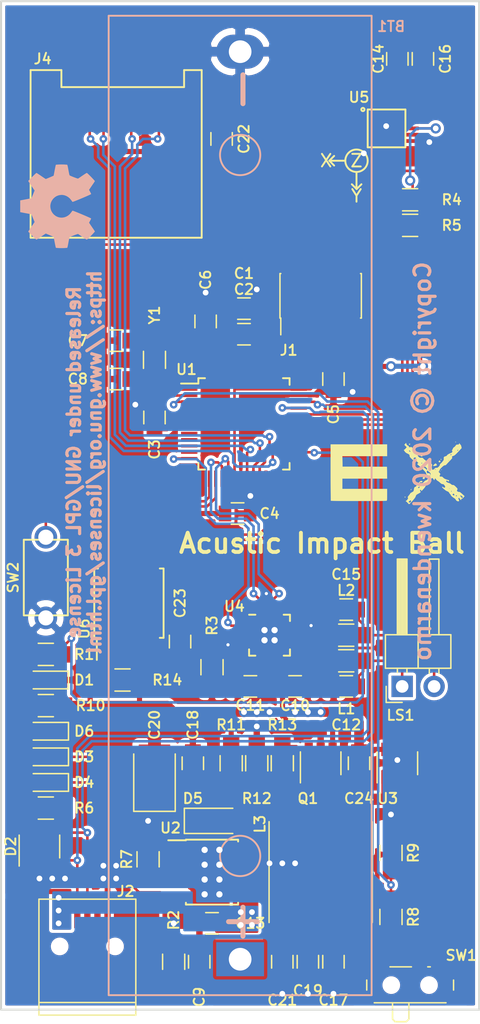
<source format=kicad_pcb>
(kicad_pcb (version 4) (host pcbnew 4.0.7-e2-6376~61~ubuntu18.04.1)
  (layers (0 F.Cu signal) (31 B.Cu signal) (34 B.Paste user) (35 F.Paste user) (36 B.SilkS user) (37 F.SilkS user) (38 B.Mask user) (39 F.Mask user) (44 Edge.Cuts user))
  (net 0 "")
  (net 1 "Net-(C1-Pad1)")
  (net 2 GND)
  (net 3 +3V3)
  (net 4 "Net-(C7-Pad1)")
  (net 5 "Net-(C8-Pad1)")
  (net 6 "Net-(C9-Pad1)")
  (net 7 +5V)
  (net 8 "Net-(C12-Pad1)")
  (net 9 "Net-(C13-Pad1)")
  (net 10 "Net-(C15-Pad1)")
  (net 11 "Net-(BT1-Pad1)")
  (net 12 "Net-(C18-Pad1)")
  (net 13 "Net-(D1-Pad2)")
  (net 14 "Net-(D3-Pad2)")
  (net 15 "Net-(D3-Pad1)")
  (net 16 "Net-(D4-Pad1)")
  (net 17 "Net-(D6-Pad2)")
  (net 18 /SWDIO)
  (net 19 /SWCLK)
  (net 20 "Net-(J1-Pad6)")
  (net 21 "Net-(J1-Pad7)")
  (net 22 "Net-(J1-Pad8)")
  (net 23 "Net-(J1-Pad9)")
  (net 24 "Net-(J1-Pad10)")
  (net 25 /D-)
  (net 26 /D+)
  (net 27 "Net-(J2-Pad4)")
  (net 28 "Net-(L1-Pad1)")
  (net 29 "Net-(L2-Pad1)")
  (net 30 "Net-(D5-Pad2)")
  (net 31 "Net-(Q1-Pad1)")
  (net 32 "Net-(Q1-Pad3)")
  (net 33 "Net-(R1-Pad2)")
  (net 34 /SDA)
  (net 35 /SCL)
  (net 36 /VBAT)
  (net 37 /F_CS)
  (net 38 "Net-(SW1-Pad3)")
  (net 39 "Net-(U3-Pad4)")
  (net 40 "Net-(D2-Pad6)")
  (net 41 "Net-(D2-Pad5)")
  (net 42 "Net-(SW1-Pad1)")
  (net 43 "Net-(U1-Pad4)")
  (net 44 "Net-(U1-Pad7)")
  (net 45 "Net-(U1-Pad8)")
  (net 46 "Net-(U1-Pad9)")
  (net 47 "Net-(U1-Pad10)")
  (net 48 "Net-(U1-Pad11)")
  (net 49 /I2S_DAT)
  (net 50 /F_MOSI)
  (net 51 /F_SCK)
  (net 52 /I2S_BCL)
  (net 53 /I2S_LRC)
  (net 54 /SD_MOSI)
  (net 55 /SD_SCK)
  (net 56 /SD_MISO)
  (net 57 /F_MISO)
  (net 58 "Net-(U1-Pad24)")
  (net 59 "Net-(U1-Pad25)")
  (net 60 /SD_CS)
  (net 61 "Net-(U1-Pad28)")
  (net 62 /INT)
  (net 63 "Net-(U1-Pad37)")
  (net 64 "Net-(U1-Pad38)")
  (net 65 "Net-(U1-Pad39)")
  (net 66 "Net-(U1-Pad41)")
  (net 67 "Net-(U1-Pad47)")
  (net 68 "Net-(U1-Pad48)")
  (net 69 "Net-(U4-Pad12)")
  (net 70 "Net-(U5-Pad13)")
  (net 71 "Net-(U5-Pad9)")
  (net 72 "Net-(U5-Pad2)")
  (net 73 "Net-(U5-Pad16)")
  (net 74 "Net-(U5-Pad15)")
  (net 75 "Net-(U1-Pad30)")
  (net 76 "Net-(U4-Pad5)")
  (net 77 "Net-(U4-Pad6)")
  (net 78 "Net-(U4-Pad13)")
  (net 79 "Net-(J4-Pad1)")
  (net 80 "Net-(J4-Pad8)")
  (net 81 "Net-(R3-Pad1)")
  (net 82 "Net-(R7-Pad1)")
  (net 83 "Net-(U5-Pad3)")
  (module Fiducials:Fiducial_1mm_Dia_2mm_Outer (layer F.Cu) (at 24 47.5)
    (fp_text reference REF** hide)
    (fp_text value Fiducial_1mm_Dia_2mm_Outer hide)
    (pad ~ smd circle (at 0 0) (size 1 1) (layers F.Cu F.Mask) (clearance 0.5))
  )
  (module Fiducials:Fiducial_1mm_Dia_2mm_Outer (layer F.Cu) (at 24 38)
    (fp_text reference REF** hide)
    (fp_text value Fiducial_1mm_Dia_2mm_Outer hide)
    (pad ~ smd circle (at 0 0) (size 1 1) (layers F.Cu F.Mask) (clearance 0.5))
  )
  (module Fiducials:Fiducial_1mm_Dia_2mm_Outer (layer F.Cu) (at 26.5 9)
    (fp_text reference REF** hide)
    (fp_text value Fiducial_1mm_Dia_2mm_Outer hide)
    (pad ~ smd circle (at 0 0) (size 1 1) (layers F.Cu F.Mask) (clearance 0.5))
  )
  (module Fiducials:Fiducial_1mm_Dia_2mm_Outer (layer F.Cu) (at 36 73.5)
    (fp_text reference REF** hide)
    (fp_text value Fiducial_1mm_Dia_2mm_Outer hide)
    (pad ~ smd circle (at 0 0) (size 1 1) (layers F.Cu F.Mask) (clearance 0.5))
  )
  (module Fiducials:Fiducial_1mm_Dia_2mm_Outer (layer F.Cu) (at 2 2)
    (fp_text reference REF** hide)
    (fp_text value Fiducial_1mm_Dia_2mm_Outer hide)
    (pad ~ smd circle (at 0 0) (size 1 1) (layers F.Cu F.Mask) (clearance 0.5))
  )
  (module Housings_DFN_QFN:QFN-16-1EP_3x3mm_Pitch0.5mm (layer F.Cu) (at 21.336 50.292)
    (fp_text reference U4 (at -2.794 -2.286) (layer F.SilkS) (effects (font (size 0.8128 0.8128) (thickness 0.1524))))
    (fp_text value MAX98357)
    (pad 1 smd rect (at -1.8 -0.75) (size 1.5 0.3) (layers F.Cu F.Paste F.Mask) (net 49 /I2S_DAT))
    (pad 2 smd rect (at -1.8 -0.25) (size 1.5 0.3) (layers F.Cu F.Paste F.Mask) (net 81 "Net-(R3-Pad1)"))
    (pad 3 smd rect (at -1.8 0.25) (size 1.5 0.3) (layers F.Cu F.Paste F.Mask) (net 2 GND))
    (pad 4 smd rect (at -1.8 0.75) (size 1.5 0.3) (layers F.Cu F.Paste F.Mask) (net 7 +5V))
    (pad 5 smd rect (at -0.75 1.8 90) (size 1.5 0.3) (layers F.Cu F.Paste F.Mask) (net 76 "Net-(U4-Pad5)"))
    (pad 6 smd rect (at -0.25 1.8 90) (size 1.5 0.3) (layers F.Cu F.Paste F.Mask) (net 77 "Net-(U4-Pad6)"))
    (pad 7 smd rect (at 0.25 1.8 90) (size 1.5 0.3) (layers F.Cu F.Paste F.Mask) (net 7 +5V))
    (pad 8 smd rect (at 0.75 1.8 90) (size 1.5 0.3) (layers F.Cu F.Paste F.Mask) (net 7 +5V))
    (pad 9 smd rect (at 1.8 0.75) (size 1.5 0.3) (layers F.Cu F.Paste F.Mask) (net 28 "Net-(L1-Pad1)"))
    (pad 10 smd rect (at 1.8 0.25) (size 1.5 0.3) (layers F.Cu F.Paste F.Mask) (net 29 "Net-(L2-Pad1)"))
    (pad 11 smd rect (at 1.8 -0.25) (size 1.5 0.3) (layers F.Cu F.Paste F.Mask) (net 2 GND))
    (pad 12 smd rect (at 1.8 -0.75) (size 1.5 0.3) (layers F.Cu F.Paste F.Mask) (net 69 "Net-(U4-Pad12)"))
    (pad 13 smd rect (at 0.75 -1.8 90) (size 1.5 0.3) (layers F.Cu F.Paste F.Mask) (net 78 "Net-(U4-Pad13)"))
    (pad 14 smd rect (at 0.25 -1.8 90) (size 1.5 0.3) (layers F.Cu F.Paste F.Mask) (net 53 /I2S_LRC))
    (pad 15 smd rect (at -0.25 -1.8 90) (size 1.5 0.3) (layers F.Cu F.Paste F.Mask) (net 2 GND))
    (pad 16 smd rect (at -0.75 -1.8 90) (size 1.5 0.3) (layers F.Cu F.Paste F.Mask) (net 52 /I2S_BCL))
    (pad 17 thru_hole rect (at 0.4 0.4) (size 0.8 0.8) (drill 0.5) (layers *.Cu *.Mask F.Paste) (net 2 GND))
    (pad 17 thru_hole rect (at 0.4 -0.4) (size 0.8 0.8) (drill 0.5) (layers *.Cu *.Mask F.Paste) (net 2 GND))
    (pad 17 thru_hole rect (at -0.4 0.4) (size 0.8 0.8) (drill 0.5) (layers *.Cu *.Mask F.Paste) (net 2 GND))
    (pad 17 thru_hole rect (at -0.4 -0.4) (size 0.8 0.8) (drill 0.5) (layers *.Cu *.Mask F.Paste) (net 2 GND))
  )
  (module Connectors:USB_Mini-B (layer F.Cu) (at 6.858 75.184 90)
    (fp_text reference J2 (at 4.572 3.048 180) (layer F.SilkS) (effects (font (size 0.8128 0.8128) (thickness 0.1524))))
    (fp_text value USB_OTG)
    (pad 1 smd rect (at 3.05 -1.6 90) (size 2.8 0.5) (layers F.Cu F.Paste F.Mask) (net 9 "Net-(C13-Pad1)"))
    (pad 2 smd rect (at 3.05 -0.8 90) (size 2.8 0.5) (layers F.Cu F.Paste F.Mask) (net 25 /D-))
    (pad 3 smd rect (at 3.05 0 90) (size 2.8 0.5) (layers F.Cu F.Paste F.Mask) (net 26 /D+))
    (pad 4 smd rect (at 3.05 0.8 90) (size 2.8 0.5) (layers F.Cu F.Paste F.Mask) (net 27 "Net-(J2-Pad4)"))
    (pad 5 smd rect (at 3.05 1.6 90) (size 2.8 0.5) (layers F.Cu F.Paste F.Mask) (net 2 GND))
    (pad 6 smd rect (at 2.7 -4.45 90) (size 2.5 2) (layers F.Cu F.Paste F.Mask) (net 6 "Net-(C9-Pad1)"))
    (pad 6 smd rect (at -2.8 -4.45 90) (size 2.5 2) (layers F.Cu F.Paste F.Mask) (net 6 "Net-(C9-Pad1)"))
    (pad 6 smd rect (at 2.7 4.45 90) (size 2.5 2) (layers F.Cu F.Paste F.Mask) (net 6 "Net-(C9-Pad1)"))
    (pad 6 smd rect (at -2.8 4.45 90) (size 2.5 2) (layers F.Cu F.Paste F.Mask) (net 6 "Net-(C9-Pad1)"))
    (pad "" np_thru_hole circle (at 0.2 -2.2 90) (size 0.9 0.9) (drill 0.9) (layers *.Cu *.Mask))
    (pad "" np_thru_hole circle (at 0.2 2.2 90) (size 0.9 0.9) (drill 0.9) (layers *.Cu *.Mask))
  )
  (module Diodes_SMD:D_SOD-123F (layer F.Cu) (at 16.764 65.024)
    (fp_text reference D5 (at -1.524 -1.778) (layer F.SilkS) (effects (font (size 0.8128 0.8128) (thickness 0.1524))))
    (fp_text value D_Schottky)
    (pad 1 smd rect (at -1.6 0) (size 1.5 1.1) (layers F.Cu F.Paste F.Mask) (net 12 "Net-(C18-Pad1)"))
    (pad 2 smd rect (at 1.6 0) (size 1.5 1.1) (layers F.Cu F.Paste F.Mask) (net 30 "Net-(D5-Pad2)"))
  )
  (module lis3dh:LGA-16_3x3mm_Pitch0.5mm_Handsoldering (layer F.Cu) (at 30.637 10.087)
    (fp_text reference U5 (at -2.189 -2.467) (layer F.SilkS) (effects (font (size 0.8128 0.8128) (thickness 0.1524))))
    (fp_text value LIS3DH)
    (fp_text user Y (at -2.389 5.358) (layer F.SilkS))
    (fp_text user X (at -4.802 2.564) (layer F.SilkS))
    (fp_text user Z (at -2.389 2.564) (layer F.SilkS))
    (pad 13 smd rect (at 1.8 -1) (size 1.5 0.3) (layers F.Cu F.Paste F.Mask) (net 70 "Net-(U5-Pad13)"))
    (pad 12 smd rect (at 1.8 -0.5) (size 1.5 0.3) (layers F.Cu F.Paste F.Mask) (net 2 GND))
    (pad 11 smd rect (at 1.8 0) (size 1.5 0.3) (layers F.Cu F.Paste F.Mask) (net 62 /INT))
    (pad 10 smd rect (at 1.8 0.5) (size 1.5 0.3) (layers F.Cu F.Paste F.Mask) (net 2 GND))
    (pad 9 smd rect (at 1.8 1) (size 1.5 0.3) (layers F.Cu F.Paste F.Mask) (net 71 "Net-(U5-Pad9)"))
    (pad 8 smd rect (at 0.5 1.8 90) (size 1.5 0.3) (layers F.Cu F.Paste F.Mask) (net 3 +3V3))
    (pad 7 smd rect (at 0 1.8 90) (size 1.5 0.3) (layers F.Cu F.Paste F.Mask) (net 2 GND))
    (pad 6 smd rect (at -0.5 1.8 90) (size 1.5 0.3) (layers F.Cu F.Paste F.Mask) (net 34 /SDA))
    (pad 5 smd rect (at -1.8 1) (size 1.5 0.3) (layers F.Cu F.Paste F.Mask) (net 2 GND))
    (pad 4 smd rect (at -1.8 0.5) (size 1.5 0.3) (layers F.Cu F.Paste F.Mask) (net 35 /SCL))
    (pad 3 smd rect (at -1.8 0) (size 1.5 0.3) (layers F.Cu F.Paste F.Mask) (net 83 "Net-(U5-Pad3)"))
    (pad 2 smd rect (at -1.8 -0.5) (size 1.5 0.3) (layers F.Cu F.Paste F.Mask) (net 72 "Net-(U5-Pad2)"))
    (pad 1 smd rect (at -1.8 -1) (size 1.5 0.3) (layers F.Cu F.Paste F.Mask) (net 3 +3V3))
    (pad 16 smd rect (at -0.5 -1.8 90) (size 1.5 0.3) (layers F.Cu F.Paste F.Mask) (net 73 "Net-(U5-Pad16)"))
    (pad 15 smd rect (at 0 -1.8 90) (size 1.5 0.3) (layers F.Cu F.Paste F.Mask) (net 74 "Net-(U5-Pad15)"))
    (pad 14 smd rect (at 0.5 -1.8 90) (size 1.5 0.3) (layers F.Cu F.Paste F.Mask) (net 3 +3V3))
  )
  (module Housings_SOIC:SOIC-8-1EP_3.9x4.9mm_Pitch1.27mm (layer F.Cu) (at 16.764 69.088)
    (fp_text reference U2 (at -3.302 -3.5) (layer F.SilkS) (effects (font (size 0.8128 0.8128) (thickness 0.1524))))
    (fp_text value TP5400)
    (pad 1 smd rect (at -2.7 -1.905) (size 1.55 0.6) (layers F.Cu F.Paste F.Mask) (net 12 "Net-(C18-Pad1)"))
    (pad 2 smd rect (at -2.7 -0.635) (size 1.55 0.6) (layers F.Cu F.Paste F.Mask) (net 15 "Net-(D3-Pad1)"))
    (pad 3 smd rect (at -2.7 0.635) (size 1.55 0.6) (layers F.Cu F.Paste F.Mask) (net 82 "Net-(R7-Pad1)"))
    (pad 4 smd rect (at -2.7 1.905) (size 1.55 0.6) (layers F.Cu F.Paste F.Mask) (net 16 "Net-(D4-Pad1)"))
    (pad 5 smd rect (at 2.7 1.905) (size 1.55 0.6) (layers F.Cu F.Paste F.Mask) (net 9 "Net-(C13-Pad1)"))
    (pad 6 smd rect (at 2.7 0.635) (size 1.55 0.6) (layers F.Cu F.Paste F.Mask) (net 11 "Net-(BT1-Pad1)"))
    (pad 7 smd rect (at 2.7 -0.635) (size 1.55 0.6) (layers F.Cu F.Paste F.Mask) (net 2 GND))
    (pad 8 smd rect (at 2.7 -1.905) (size 1.55 0.6) (layers F.Cu F.Paste F.Mask) (net 30 "Net-(D5-Pad2)"))
    (pad 7 thru_hole rect (at 0.5875 0.5875) (size 1.175 1.175) (drill 0.5) (layers *.Cu *.Mask F.Paste) (net 2 GND))
    (pad 7 thru_hole rect (at 0.5875 -0.5875) (size 1.175 1.175) (drill 0.5) (layers *.Cu *.Mask F.Paste) (net 2 GND))
    (pad 7 thru_hole rect (at -0.5875 0.5875) (size 1.175 1.175) (drill 0.5) (layers *.Cu *.Mask F.Paste) (net 2 GND))
    (pad 7 thru_hole rect (at -0.5875 -0.5875) (size 1.175 1.175) (drill 0.5) (layers *.Cu *.Mask F.Paste) (net 2 GND))
    (pad 7 thru_hole rect (at -0.5875 1.7625) (size 1.175 1.175) (drill 0.5) (layers *.Cu *.Mask) (net 2 GND))
    (pad 7 thru_hole rect (at 0.5875 1.7625) (size 1.175 1.175) (drill 0.5) (layers *.Cu *.Mask) (net 2 GND))
    (pad 7 thru_hole rect (at 0.5875 -1.7625) (size 1.175 1.175) (drill 0.5) (layers *.Cu *.Mask) (net 2 GND))
    (pad 7 thru_hole rect (at -0.5875 -1.7625) (size 1.175 1.175) (drill 0.5) (layers *.Cu *.Mask) (net 2 GND))
  )
  (module Crystals:Crystal_SMD_3215-2pin_3.2x1.5mm (layer F.Cu) (at 12.192 28.448 270)
    (fp_text reference Y1 (at -3.556 0 270) (layer F.SilkS) (effects (font (size 0.8128 0.8128) (thickness 0.1524))))
    (fp_text value 32.768kHz)
    (pad 1 smd rect (at 1.5 0 270) (size 1.5 1.8) (layers F.Cu F.Paste F.Mask) (net 5 "Net-(C8-Pad1)"))
    (pad 2 smd rect (at -1.5 0 270) (size 1.5 1.8) (layers F.Cu F.Paste F.Mask) (net 4 "Net-(C7-Pad1)"))
  )
  (module Inductors_SMD:L_Taiyo-Yuden_NR-80xx (layer F.Cu) (at 25.4 69.088 270)
    (fp_text reference L3 (at -3.81 4.826 450) (layer F.SilkS) (effects (font (size 0.8128 0.8128) (thickness 0.1524))))
    (fp_text value 10µH)
    (pad 1 smd rect (at -3.4 0 270) (size 3 7.7) (layers F.Cu F.Paste F.Mask) (net 30 "Net-(D5-Pad2)"))
    (pad 2 smd rect (at 3.4 0 270) (size 3 7.7) (layers F.Cu F.Paste F.Mask) (net 11 "Net-(BT1-Pad1)"))
  )
  (module Capacitors_SMD:C_0805 (layer F.Cu) (at 19.304 24.384)
    (fp_text reference C1 (at 0 -2.794) (layer F.SilkS) (effects (font (size 0.8128 0.8128) (thickness 0.1524))))
    (fp_text value 1µF)
    (pad 1 smd rect (at -1 0) (size 1 1.25) (layers F.Cu F.Paste F.Mask) (net 1 "Net-(C1-Pad1)"))
    (pad 2 smd rect (at 1 0) (size 1 1.25) (layers F.Cu F.Paste F.Mask) (net 2 GND))
  )
  (module Capacitors_SMD:C_0805 (layer F.Cu) (at 19.304 26.416)
    (fp_text reference C2 (at 0 -3.556) (layer F.SilkS) (effects (font (size 0.8128 0.8128) (thickness 0.1524))))
    (fp_text value 100nF)
    (pad 1 smd rect (at -1 0) (size 1 1.25) (layers F.Cu F.Paste F.Mask) (net 3 +3V3))
    (pad 2 smd rect (at 1 0) (size 1 1.25) (layers F.Cu F.Paste F.Mask) (net 2 GND))
  )
  (module Capacitors_SMD:C_0805 (layer F.Cu) (at 12.192 33.02 90)
    (fp_text reference C3 (at -2.54 0 90) (layer F.SilkS) (effects (font (size 0.8128 0.8128) (thickness 0.1524))))
    (fp_text value 100nF)
    (pad 1 smd rect (at -1 0 90) (size 1 1.25) (layers F.Cu F.Paste F.Mask) (net 3 +3V3))
    (pad 2 smd rect (at 1 0 90) (size 1 1.25) (layers F.Cu F.Paste F.Mask) (net 2 GND))
  )
  (module Capacitors_SMD:C_0805 (layer F.Cu) (at 18.796 40.64)
    (fp_text reference C4 (at 2.54 0) (layer F.SilkS) (effects (font (size 0.8128 0.8128) (thickness 0.1524))))
    (fp_text value 100nF)
    (pad 1 smd rect (at -1 0) (size 1 1.25) (layers F.Cu F.Paste F.Mask) (net 3 +3V3))
    (pad 2 smd rect (at 1 0) (size 1 1.25) (layers F.Cu F.Paste F.Mask) (net 2 GND))
  )
  (module Capacitors_SMD:C_0805 (layer F.Cu) (at 26.416 29.972 270)
    (fp_text reference C5 (at 2.794 0 270) (layer F.SilkS) (effects (font (size 0.8128 0.8128) (thickness 0.1524))))
    (fp_text value 100nF)
    (pad 1 smd rect (at -1 0 270) (size 1 1.25) (layers F.Cu F.Paste F.Mask) (net 3 +3V3))
    (pad 2 smd rect (at 1 0 270) (size 1 1.25) (layers F.Cu F.Paste F.Mask) (net 2 GND))
  )
  (module Capacitors_SMD:C_0805 (layer F.Cu) (at 16.256 25.4 90)
    (fp_text reference C6 (at 3.302 0 90) (layer F.SilkS) (effects (font (size 0.8128 0.8128) (thickness 0.1524))))
    (fp_text value 10µF)
    (pad 1 smd rect (at -1 0 90) (size 1 1.25) (layers F.Cu F.Paste F.Mask) (net 3 +3V3))
    (pad 2 smd rect (at 1 0 90) (size 1 1.25) (layers F.Cu F.Paste F.Mask) (net 2 GND))
  )
  (module Capacitors_SMD:C_0805 (layer F.Cu) (at 9.144 26.924 180)
    (fp_text reference C7 (at 3.048 0 180) (layer F.SilkS) (effects (font (size 0.8128 0.8128) (thickness 0.1524))))
    (fp_text value 22pF)
    (pad 1 smd rect (at -1 0 180) (size 1 1.25) (layers F.Cu F.Paste F.Mask) (net 4 "Net-(C7-Pad1)"))
    (pad 2 smd rect (at 1 0 180) (size 1 1.25) (layers F.Cu F.Paste F.Mask) (net 2 GND))
  )
  (module Capacitors_SMD:C_0805 (layer F.Cu) (at 9.144 29.972 180)
    (fp_text reference C8 (at 3.048 0 180) (layer F.SilkS) (effects (font (size 0.8128 0.8128) (thickness 0.1524))))
    (fp_text value 22pF)
    (pad 1 smd rect (at -1 0 180) (size 1 1.25) (layers F.Cu F.Paste F.Mask) (net 5 "Net-(C8-Pad1)"))
    (pad 2 smd rect (at 1 0 180) (size 1 1.25) (layers F.Cu F.Paste F.Mask) (net 2 GND))
  )
  (module Capacitors_SMD:C_0805 (layer F.Cu) (at 15.748 76.2 90)
    (fp_text reference C9 (at -2.794 0 90) (layer F.SilkS) (effects (font (size 0.8128 0.8128) (thickness 0.1524))))
    (fp_text value 4.7nF)
    (pad 1 smd rect (at -1 0 90) (size 1 1.25) (layers F.Cu F.Paste F.Mask) (net 6 "Net-(C9-Pad1)"))
    (pad 2 smd rect (at 1 0 90) (size 1 1.25) (layers F.Cu F.Paste F.Mask) (net 2 GND))
  )
  (module Capacitors_SMD:C_0805 (layer F.Cu) (at 23.368 54.356)
    (fp_text reference C10 (at 0 1.524) (layer F.SilkS) (effects (font (size 0.8128 0.8128) (thickness 0.1524))))
    (fp_text value 100nF)
    (pad 1 smd rect (at -1 0) (size 1 1.25) (layers F.Cu F.Paste F.Mask) (net 7 +5V))
    (pad 2 smd rect (at 1 0) (size 1 1.25) (layers F.Cu F.Paste F.Mask) (net 2 GND))
  )
  (module Capacitors_SMD:C_0805 (layer F.Cu) (at 19.812 54.356 180)
    (fp_text reference C11 (at 0 -1.5 180) (layer F.SilkS) (effects (font (size 0.8128 0.8128) (thickness 0.1524))))
    (fp_text value 10µF)
    (pad 1 smd rect (at -1 0 180) (size 1 1.25) (layers F.Cu F.Paste F.Mask) (net 7 +5V))
    (pad 2 smd rect (at 1 0 180) (size 1 1.25) (layers F.Cu F.Paste F.Mask) (net 2 GND))
  )
  (module Capacitors_SMD:C_0805 (layer F.Cu) (at 27.432 54.356 180)
    (fp_text reference C12 (at 0 -3.048 180) (layer F.SilkS) (effects (font (size 0.8128 0.8128) (thickness 0.1524))))
    (fp_text value 220pF)
    (pad 1 smd rect (at -1 0 180) (size 1 1.25) (layers F.Cu F.Paste F.Mask) (net 8 "Net-(C12-Pad1)"))
    (pad 2 smd rect (at 1 0 180) (size 1 1.25) (layers F.Cu F.Paste F.Mask) (net 2 GND))
  )
  (module Capacitors_SMD:C_0805 (layer F.Cu) (at 16.764 73.152 180)
    (fp_text reference C13 (at -3.048 0 180) (layer F.SilkS) (effects (font (size 0.8128 0.8128) (thickness 0.1524))))
    (fp_text value 10µF)
    (pad 1 smd rect (at -1 0 180) (size 1 1.25) (layers F.Cu F.Paste F.Mask) (net 9 "Net-(C13-Pad1)"))
    (pad 2 smd rect (at 1 0 180) (size 1 1.25) (layers F.Cu F.Paste F.Mask) (net 2 GND))
  )
  (module Capacitors_SMD:C_0805 (layer F.Cu) (at 31.496 4.572 90)
    (fp_text reference C14 (at 0 -1.524 90) (layer F.SilkS) (effects (font (size 0.8128 0.8128) (thickness 0.1524))))
    (fp_text value 100nF)
    (pad 1 smd rect (at -1 0 90) (size 1 1.25) (layers F.Cu F.Paste F.Mask) (net 3 +3V3))
    (pad 2 smd rect (at 1 0 90) (size 1 1.25) (layers F.Cu F.Paste F.Mask) (net 2 GND))
  )
  (module Capacitors_SMD:C_0805 (layer F.Cu) (at 27.432 48.26 180)
    (fp_text reference C15 (at 0 2.794 180) (layer F.SilkS) (effects (font (size 0.8128 0.8128) (thickness 0.1524))))
    (fp_text value 220pF)
    (pad 1 smd rect (at -1 0 180) (size 1 1.25) (layers F.Cu F.Paste F.Mask) (net 10 "Net-(C15-Pad1)"))
    (pad 2 smd rect (at 1 0 180) (size 1 1.25) (layers F.Cu F.Paste F.Mask) (net 2 GND))
  )
  (module Capacitors_SMD:C_0805 (layer F.Cu) (at 33.528 4.572 90)
    (fp_text reference C16 (at 0 1.778 90) (layer F.SilkS) (effects (font (size 0.8128 0.8128) (thickness 0.1524))))
    (fp_text value 10µF)
    (pad 1 smd rect (at -1 0 90) (size 1 1.25) (layers F.Cu F.Paste F.Mask) (net 3 +3V3))
    (pad 2 smd rect (at 1 0 90) (size 1 1.25) (layers F.Cu F.Paste F.Mask) (net 2 GND))
  )
  (module Capacitors_SMD:C_0805 (layer F.Cu) (at 26.416 76.2 270)
    (fp_text reference C17 (at 3.048 0 360) (layer F.SilkS) (effects (font (size 0.8128 0.8128) (thickness 0.1524))))
    (fp_text value 100nF)
    (pad 1 smd rect (at -1 0 270) (size 1 1.25) (layers F.Cu F.Paste F.Mask) (net 11 "Net-(BT1-Pad1)"))
    (pad 2 smd rect (at 1 0 270) (size 1 1.25) (layers F.Cu F.Paste F.Mask) (net 2 GND))
  )
  (module Capacitors_SMD:C_0805 (layer F.Cu) (at 15.24 60.452 90)
    (fp_text reference C18 (at 3.048 0 90) (layer F.SilkS) (effects (font (size 0.8128 0.8128) (thickness 0.1524))))
    (fp_text value 100nF)
    (pad 1 smd rect (at -1 0 90) (size 1 1.25) (layers F.Cu F.Paste F.Mask) (net 12 "Net-(C18-Pad1)"))
    (pad 2 smd rect (at 1 0 90) (size 1 1.25) (layers F.Cu F.Paste F.Mask) (net 2 GND))
  )
  (module Capacitors_SMD:C_0805 (layer F.Cu) (at 24.384 76.2 270)
    (fp_text reference C19 (at 2.286 0 360) (layer F.SilkS) (effects (font (size 0.8128 0.8128) (thickness 0.1524))))
    (fp_text value 22µF)
    (pad 1 smd rect (at -1 0 270) (size 1 1.25) (layers F.Cu F.Paste F.Mask) (net 11 "Net-(BT1-Pad1)"))
    (pad 2 smd rect (at 1 0 270) (size 1 1.25) (layers F.Cu F.Paste F.Mask) (net 2 GND))
  )
  (module Capacitors_Tantalum_SMD:CP_Tantalum_Case-B_EIA-3528-21_Reflow (layer F.Cu) (at 12.192 61.468 90)
    (fp_text reference C20 (at 4.064 0 90) (layer F.SilkS) (effects (font (size 0.8128 0.8128) (thickness 0.1524))))
    (fp_text value 47µF)
    (pad 1 smd rect (at -1.525 0 90) (size 1.95 2.5) (layers F.Cu F.Paste F.Mask) (net 12 "Net-(C18-Pad1)"))
    (pad 2 smd rect (at 1.525 0 90) (size 1.95 2.5) (layers F.Cu F.Paste F.Mask) (net 2 GND))
  )
  (module Capacitors_SMD:C_0805 (layer F.Cu) (at 22.352 76.2 270)
    (fp_text reference C21 (at 3.048 0 360) (layer F.SilkS) (effects (font (size 0.8128 0.8128) (thickness 0.1524))))
    (fp_text value 22µF)
    (pad 1 smd rect (at -1 0 270) (size 1 1.25) (layers F.Cu F.Paste F.Mask) (net 11 "Net-(BT1-Pad1)"))
    (pad 2 smd rect (at 1 0 270) (size 1 1.25) (layers F.Cu F.Paste F.Mask) (net 2 GND))
  )
  (module Capacitors_SMD:C_0805 (layer F.Cu) (at 17.526 10.922 90)
    (fp_text reference C22 (at 0 1.778 90) (layer F.SilkS) (effects (font (size 0.8128 0.8128) (thickness 0.1524))))
    (fp_text value 100nF)
    (pad 1 smd rect (at -1 0 90) (size 1 1.25) (layers F.Cu F.Paste F.Mask) (net 3 +3V3))
    (pad 2 smd rect (at 1 0 90) (size 1 1.25) (layers F.Cu F.Paste F.Mask) (net 2 GND))
  )
  (module Capacitors_SMD:C_0805 (layer F.Cu) (at 14.224 50.8 270)
    (fp_text reference C23 (at -3.048 0 270) (layer F.SilkS) (effects (font (size 0.8128 0.8128) (thickness 0.1524))))
    (fp_text value 100nF)
    (pad 1 smd rect (at -1 0 270) (size 1 1.25) (layers F.Cu F.Paste F.Mask) (net 3 +3V3))
    (pad 2 smd rect (at 1 0 270) (size 1 1.25) (layers F.Cu F.Paste F.Mask) (net 2 GND))
  )
  (module Capacitors_SMD:C_0805 (layer F.Cu) (at 28.448 60.452 270)
    (fp_text reference C24 (at 2.794 0 360) (layer F.SilkS) (effects (font (size 0.8128 0.8128) (thickness 0.1524))))
    (fp_text value 1µF)
    (pad 1 smd rect (at -1 0 270) (size 1 1.25) (layers F.Cu F.Paste F.Mask) (net 3 +3V3))
    (pad 2 smd rect (at 1 0 270) (size 1 1.25) (layers F.Cu F.Paste F.Mask) (net 2 GND))
  )
  (module LEDs:LED_0805 (layer F.Cu) (at 3.556 53.848 180)
    (fp_text reference D1 (at -3.048 0 180) (layer F.SilkS) (effects (font (size 0.8128 0.8128) (thickness 0.1524))))
    (fp_text value ORANGE)
    (pad 2 smd rect (at 1.1 0) (size 1.2 1.2) (layers F.Cu F.Paste F.Mask) (net 13 "Net-(D1-Pad2)"))
    (pad 1 smd rect (at -1.1 0) (size 1.2 1.2) (layers F.Cu F.Paste F.Mask) (net 2 GND))
  )
  (module LEDs:LED_0805 (layer F.Cu) (at 3.556 59.944 180)
    (fp_text reference D3 (at -3.048 0 180) (layer F.SilkS) (effects (font (size 0.8128 0.8128) (thickness 0.1524))))
    (fp_text value RED)
    (pad 2 smd rect (at 1.1 0) (size 1.2 1.2) (layers F.Cu F.Paste F.Mask) (net 14 "Net-(D3-Pad2)"))
    (pad 1 smd rect (at -1.1 0) (size 1.2 1.2) (layers F.Cu F.Paste F.Mask) (net 15 "Net-(D3-Pad1)"))
  )
  (module LEDs:LED_0805 (layer F.Cu) (at 3.556 61.976 180)
    (fp_text reference D4 (at -3.048 0 180) (layer F.SilkS) (effects (font (size 0.8128 0.8128) (thickness 0.1524))))
    (fp_text value GREEN)
    (pad 2 smd rect (at 1.1 0) (size 1.2 1.2) (layers F.Cu F.Paste F.Mask) (net 14 "Net-(D3-Pad2)"))
    (pad 1 smd rect (at -1.1 0) (size 1.2 1.2) (layers F.Cu F.Paste F.Mask) (net 16 "Net-(D4-Pad1)"))
  )
  (module LEDs:LED_0805 (layer F.Cu) (at 3.556 57.912 180)
    (fp_text reference D6 (at -3.048 0 180) (layer F.SilkS) (effects (font (size 0.8128 0.8128) (thickness 0.1524))))
    (fp_text value GREEN)
    (pad 2 smd rect (at 1.1 0) (size 1.2 1.2) (layers F.Cu F.Paste F.Mask) (net 17 "Net-(D6-Pad2)"))
    (pad 1 smd rect (at -1.1 0) (size 1.2 1.2) (layers F.Cu F.Paste F.Mask) (net 2 GND))
  )
  (module Pin_Headers:Pin_Header_Straight_2x05_Pitch1.27mm_SMD (layer F.Cu) (at 25.4 23.368 90)
    (fp_text reference J1 (at -4.318 -2.54 180) (layer F.SilkS) (effects (font (size 0.8128 0.8128) (thickness 0.1524))))
    (fp_text value JTAG)
    (pad 1 smd rect (at -1.95 -2.54 90) (size 2.4 0.74) (layers F.Cu F.Paste F.Mask) (net 3 +3V3))
    (pad 2 smd rect (at 1.95 -2.54 90) (size 2.4 0.74) (layers F.Cu F.Paste F.Mask) (net 18 /SWDIO))
    (pad 3 smd rect (at -1.95 -1.27 90) (size 2.4 0.74) (layers F.Cu F.Paste F.Mask) (net 2 GND))
    (pad 4 smd rect (at 1.95 -1.27 90) (size 2.4 0.74) (layers F.Cu F.Paste F.Mask) (net 19 /SWCLK))
    (pad 5 smd rect (at -1.95 0 90) (size 2.4 0.74) (layers F.Cu F.Paste F.Mask) (net 2 GND))
    (pad 6 smd rect (at 1.95 0 90) (size 2.4 0.74) (layers F.Cu F.Paste F.Mask) (net 20 "Net-(J1-Pad6)"))
    (pad 7 smd rect (at -1.95 1.27 90) (size 2.4 0.74) (layers F.Cu F.Paste F.Mask) (net 21 "Net-(J1-Pad7)"))
    (pad 8 smd rect (at 1.95 1.27 90) (size 2.4 0.74) (layers F.Cu F.Paste F.Mask) (net 22 "Net-(J1-Pad8)"))
    (pad 9 smd rect (at -1.95 2.54 90) (size 2.4 0.74) (layers F.Cu F.Paste F.Mask) (net 23 "Net-(J1-Pad9)"))
    (pad 10 smd rect (at 1.95 2.54 90) (size 2.4 0.74) (layers F.Cu F.Paste F.Mask) (net 24 "Net-(J1-Pad10)"))
  )
  (module Inductors_SMD:L_0805_HandSoldering (layer F.Cu) (at 27.432 52.324)
    (fp_text reference L1 (at 0 3.81) (layer F.SilkS) (effects (font (size 0.8128 0.8128) (thickness 0.1524))))
    (fp_text value Ferrite)
    (pad 1 smd rect (at -1.35 0) (size 1.5 1.3) (layers F.Cu F.Paste F.Mask) (net 28 "Net-(L1-Pad1)"))
    (pad 2 smd rect (at 1.35 0) (size 1.5 1.3) (layers F.Cu F.Paste F.Mask) (net 8 "Net-(C12-Pad1)"))
  )
  (module Inductors_SMD:L_0805_HandSoldering (layer F.Cu) (at 27.432 50.292)
    (fp_text reference L2 (at 0 -3.556) (layer F.SilkS) (effects (font (size 0.8128 0.8128) (thickness 0.1524))))
    (fp_text value Ferrite)
    (pad 1 smd rect (at -1.35 0) (size 1.5 1.3) (layers F.Cu F.Paste F.Mask) (net 29 "Net-(L2-Pad1)"))
    (pad 2 smd rect (at 1.35 0) (size 1.5 1.3) (layers F.Cu F.Paste F.Mask) (net 10 "Net-(C15-Pad1)"))
  )
  (module Resistors_SMD:R_0805_HandSoldering (layer F.Cu) (at 3.556 51.816)
    (fp_text reference R1 (at 3.048 0) (layer F.SilkS) (effects (font (size 0.8128 0.8128) (thickness 0.1524))))
    (fp_text value 220R)
    (pad 1 smd rect (at -1.35 0) (size 1.5 1.3) (layers F.Cu F.Paste F.Mask) (net 13 "Net-(D1-Pad2)"))
    (pad 2 smd rect (at 1.35 0) (size 1.5 1.3) (layers F.Cu F.Paste F.Mask) (net 33 "Net-(R1-Pad2)"))
  )
  (module Resistors_SMD:R_0805_HandSoldering (layer F.Cu) (at 13.716 76.2 90)
    (fp_text reference R2 (at 3.302 0 90) (layer F.SilkS) (effects (font (size 0.8128 0.8128) (thickness 0.1524))))
    (fp_text value 1M)
    (pad 1 smd rect (at -1.35 0 90) (size 1.5 1.3) (layers F.Cu F.Paste F.Mask) (net 6 "Net-(C9-Pad1)"))
    (pad 2 smd rect (at 1.35 0 90) (size 1.5 1.3) (layers F.Cu F.Paste F.Mask) (net 2 GND))
  )
  (module Resistors_SMD:R_0805_HandSoldering (layer F.Cu) (at 32.512 15.748 180)
    (fp_text reference R4 (at -3.302 0 180) (layer F.SilkS) (effects (font (size 0.8128 0.8128) (thickness 0.1524))))
    (fp_text value 10k)
    (pad 1 smd rect (at -1.35 0 180) (size 1.5 1.3) (layers F.Cu F.Paste F.Mask) (net 3 +3V3))
    (pad 2 smd rect (at 1.35 0 180) (size 1.5 1.3) (layers F.Cu F.Paste F.Mask) (net 34 /SDA))
  )
  (module Resistors_SMD:R_0805_HandSoldering (layer F.Cu) (at 32.512 17.78 180)
    (fp_text reference R5 (at -3.302 0 180) (layer F.SilkS) (effects (font (size 0.8128 0.8128) (thickness 0.1524))))
    (fp_text value 10k)
    (pad 1 smd rect (at -1.35 0 180) (size 1.5 1.3) (layers F.Cu F.Paste F.Mask) (net 3 +3V3))
    (pad 2 smd rect (at 1.35 0 180) (size 1.5 1.3) (layers F.Cu F.Paste F.Mask) (net 35 /SCL))
  )
  (module Resistors_SMD:R_0805_HandSoldering (layer F.Cu) (at 3.556 64.008)
    (fp_text reference R6 (at 3.048 0) (layer F.SilkS) (effects (font (size 0.8128 0.8128) (thickness 0.1524))))
    (fp_text value 1k)
    (pad 1 smd rect (at -1.35 0) (size 1.5 1.3) (layers F.Cu F.Paste F.Mask) (net 9 "Net-(C13-Pad1)"))
    (pad 2 smd rect (at 1.35 0) (size 1.5 1.3) (layers F.Cu F.Paste F.Mask) (net 14 "Net-(D3-Pad2)"))
  )
  (module Resistors_SMD:R_0805_HandSoldering (layer F.Cu) (at 11.684 68.072 90)
    (fp_text reference R7 (at 0 -1.7 90) (layer F.SilkS) (effects (font (size 0.8128 0.8128) (thickness 0.1524))))
    (fp_text value 4k7)
    (pad 1 smd rect (at -1.35 0 90) (size 1.5 1.3) (layers F.Cu F.Paste F.Mask) (net 82 "Net-(R7-Pad1)"))
    (pad 2 smd rect (at 1.35 0 90) (size 1.5 1.3) (layers F.Cu F.Paste F.Mask) (net 2 GND))
  )
  (module Resistors_SMD:R_0805_HandSoldering (layer F.Cu) (at 30.988 72.644 90)
    (fp_text reference R8 (at 0 1.778 90) (layer F.SilkS) (effects (font (size 0.8128 0.8128) (thickness 0.1524))))
    (fp_text value 100k)
    (pad 1 smd rect (at -1.35 0 90) (size 1.5 1.3) (layers F.Cu F.Paste F.Mask) (net 11 "Net-(BT1-Pad1)"))
    (pad 2 smd rect (at 1.35 0 90) (size 1.5 1.3) (layers F.Cu F.Paste F.Mask) (net 36 /VBAT))
  )
  (module Resistors_SMD:R_0805_HandSoldering (layer F.Cu) (at 30.988 67.564 90)
    (fp_text reference R9 (at 0 1.778 90) (layer F.SilkS) (effects (font (size 0.8128 0.8128) (thickness 0.1524))))
    (fp_text value 100k)
    (pad 1 smd rect (at -1.35 0 90) (size 1.5 1.3) (layers F.Cu F.Paste F.Mask) (net 36 /VBAT))
    (pad 2 smd rect (at 1.35 0 90) (size 1.5 1.3) (layers F.Cu F.Paste F.Mask) (net 2 GND))
  )
  (module Resistors_SMD:R_0805_HandSoldering (layer F.Cu) (at 9.652 53.848 180)
    (fp_text reference R14 (at -3.556 0 180) (layer F.SilkS) (effects (font (size 0.8128 0.8128) (thickness 0.1524))))
    (fp_text value 10k)
    (pad 1 smd rect (at -1.35 0 180) (size 1.5 1.3) (layers F.Cu F.Paste F.Mask) (net 3 +3V3))
    (pad 2 smd rect (at 1.35 0 180) (size 1.5 1.3) (layers F.Cu F.Paste F.Mask) (net 37 /F_CS))
  )
  (module Resistors_SMD:R_0805_HandSoldering (layer F.Cu) (at 3.556 55.88 180)
    (fp_text reference R10 (at -3.556 0 180) (layer F.SilkS) (effects (font (size 0.8128 0.8128) (thickness 0.1524))))
    (fp_text value 220R)
    (pad 1 smd rect (at -1.35 0 180) (size 1.5 1.3) (layers F.Cu F.Paste F.Mask) (net 3 +3V3))
    (pad 2 smd rect (at 1.35 0 180) (size 1.5 1.3) (layers F.Cu F.Paste F.Mask) (net 17 "Net-(D6-Pad2)"))
  )
  (module Resistors_SMD:R_0805_HandSoldering (layer F.Cu) (at 18.288 60.452 90)
    (fp_text reference R11 (at 3.048 0 180) (layer F.SilkS) (effects (font (size 0.8128 0.8128) (thickness 0.1524))))
    (fp_text value 220R)
    (pad 1 smd rect (at -1.35 0 90) (size 1.5 1.3) (layers F.Cu F.Paste F.Mask) (net 31 "Net-(Q1-Pad1)"))
    (pad 2 smd rect (at 1.35 0 90) (size 1.5 1.3) (layers F.Cu F.Paste F.Mask) (net 3 +3V3))
  )
  (module Resistors_SMD:R_0805_HandSoldering (layer F.Cu) (at 20.32 60.452 90)
    (fp_text reference R12 (at -2.794 0 180) (layer F.SilkS) (effects (font (size 0.8128 0.8128) (thickness 0.1524))))
    (fp_text value 10k)
    (pad 1 smd rect (at -1.35 0 90) (size 1.5 1.3) (layers F.Cu F.Paste F.Mask) (net 31 "Net-(Q1-Pad1)"))
    (pad 2 smd rect (at 1.35 0 90) (size 1.5 1.3) (layers F.Cu F.Paste F.Mask) (net 2 GND))
  )
  (module Resistors_SMD:R_0805_HandSoldering (layer F.Cu) (at 22.352 60.452 90)
    (fp_text reference R13 (at 3.048 0 180) (layer F.SilkS) (effects (font (size 0.8128 0.8128) (thickness 0.1524))))
    (fp_text value 10k)
    (pad 1 smd rect (at -1.35 0 90) (size 1.5 1.3) (layers F.Cu F.Paste F.Mask) (net 12 "Net-(C18-Pad1)"))
    (pad 2 smd rect (at 1.35 0 90) (size 1.5 1.3) (layers F.Cu F.Paste F.Mask) (net 32 "Net-(Q1-Pad3)"))
  )
  (module TO_SOT_Packages_SMD:SOT-23-5 (layer F.Cu) (at 31.496 60.452 90)
    (fp_text reference U3 (at -2.794 -0.762 180) (layer F.SilkS) (effects (font (size 0.8128 0.8128) (thickness 0.1524))))
    (fp_text value MIC5504)
    (pad 1 smd rect (at -1.1 -0.95 90) (size 1.06 0.65) (layers F.Cu F.Paste F.Mask) (net 12 "Net-(C18-Pad1)"))
    (pad 2 smd rect (at -1.1 0 90) (size 1.06 0.65) (layers F.Cu F.Paste F.Mask) (net 2 GND))
    (pad 3 smd rect (at -1.1 0.95 90) (size 1.06 0.65) (layers F.Cu F.Paste F.Mask) (net 38 "Net-(SW1-Pad3)"))
    (pad 4 smd rect (at 1.1 0.95 90) (size 1.06 0.65) (layers F.Cu F.Paste F.Mask) (net 39 "Net-(U3-Pad4)"))
    (pad 5 smd rect (at 1.1 -0.95 90) (size 1.06 0.65) (layers F.Cu F.Paste F.Mask) (net 3 +3V3))
  )
  (module TO_SOT_Packages_SMD:SOT-23-6 (layer F.Cu) (at 3.048 67.056 90)
    (fp_text reference D2 (at 0 -2.286 90) (layer F.SilkS) (effects (font (size 0.8128 0.8128) (thickness 0.1524))))
    (fp_text value ESD5V5U5ULC)
    (pad 1 smd rect (at -1.1 -0.95 90) (size 1.06 0.65) (layers F.Cu F.Paste F.Mask) (net 9 "Net-(C13-Pad1)"))
    (pad 2 smd rect (at -1.1 0 90) (size 1.06 0.65) (layers F.Cu F.Paste F.Mask) (net 2 GND))
    (pad 3 smd rect (at -1.1 0.95 90) (size 1.06 0.65) (layers F.Cu F.Paste F.Mask) (net 25 /D-))
    (pad 4 smd rect (at 1.1 0.95 90) (size 1.06 0.65) (layers F.Cu F.Paste F.Mask) (net 26 /D+))
    (pad 6 smd rect (at 1.1 -0.95 90) (size 1.06 0.65) (layers F.Cu F.Paste F.Mask) (net 40 "Net-(D2-Pad6)"))
    (pad 5 smd rect (at 1.1 0 90) (size 1.06 0.65) (layers F.Cu F.Paste F.Mask) (net 41 "Net-(D2-Pad5)"))
  )
  (module Buttons_Switches_SMD:SW_SPDT_PCM12 (layer F.Cu) (at 32.512 77.724)
    (fp_text reference SW1 (at 4.064 -2.032) (layer F.SilkS) (effects (font (size 0.8128 0.8128) (thickness 0.1524))))
    (fp_text value SW_SPDT)
    (pad "" np_thru_hole circle (at -1.5 0.33) (size 0.9 0.9) (drill 0.9) (layers *.Cu *.Mask))
    (pad "" np_thru_hole circle (at 1.5 0.33) (size 0.9 0.9) (drill 0.9) (layers *.Cu *.Mask))
    (pad 1 smd rect (at -2.25 -1.43) (size 0.7 1.5) (layers F.Cu F.Paste F.Mask) (net 42 "Net-(SW1-Pad1)"))
    (pad 2 smd rect (at 0.75 -1.43) (size 0.7 1.5) (layers F.Cu F.Paste F.Mask) (net 12 "Net-(C18-Pad1)"))
    (pad 3 smd rect (at 2.25 -1.43) (size 0.7 1.5) (layers F.Cu F.Paste F.Mask) (net 38 "Net-(SW1-Pad3)"))
    (pad "" smd rect (at -3.65 1.43) (size 1 0.8) (layers F.Cu F.Paste F.Mask))
    (pad "" smd rect (at 3.65 1.43) (size 1 0.8) (layers F.Cu F.Paste F.Mask))
    (pad "" smd rect (at 3.65 -0.78) (size 1 0.8) (layers F.Cu F.Paste F.Mask))
    (pad "" smd rect (at -3.65 -0.78) (size 1 0.8) (layers F.Cu F.Paste F.Mask))
  )
  (module Housings_QFP:TQFP-48_7x7mm_Pitch0.5mm (layer F.Cu) (at 19.304 33.528)
    (fp_text reference U1 (at -4.572 -4.318) (layer F.SilkS) (effects (font (size 0.8128 0.8128) (thickness 0.1524))))
    (fp_text value SAMD21G18A-AU)
    (pad 1 smd rect (at -4.35 -2.75) (size 1.3 0.25) (layers F.Cu F.Paste F.Mask) (net 4 "Net-(C7-Pad1)"))
    (pad 2 smd rect (at -4.35 -2.25) (size 1.3 0.25) (layers F.Cu F.Paste F.Mask) (net 5 "Net-(C8-Pad1)"))
    (pad 3 smd rect (at -4.35 -1.75) (size 1.3 0.25) (layers F.Cu F.Paste F.Mask) (net 36 /VBAT))
    (pad 4 smd rect (at -4.35 -1.25) (size 1.3 0.25) (layers F.Cu F.Paste F.Mask) (net 43 "Net-(U1-Pad4)"))
    (pad 5 smd rect (at -4.35 -0.75) (size 1.3 0.25) (layers F.Cu F.Paste F.Mask) (net 2 GND))
    (pad 6 smd rect (at -4.35 -0.25) (size 1.3 0.25) (layers F.Cu F.Paste F.Mask) (net 3 +3V3))
    (pad 7 smd rect (at -4.35 0.25) (size 1.3 0.25) (layers F.Cu F.Paste F.Mask) (net 44 "Net-(U1-Pad7)"))
    (pad 8 smd rect (at -4.35 0.75) (size 1.3 0.25) (layers F.Cu F.Paste F.Mask) (net 45 "Net-(U1-Pad8)"))
    (pad 9 smd rect (at -4.35 1.25) (size 1.3 0.25) (layers F.Cu F.Paste F.Mask) (net 46 "Net-(U1-Pad9)"))
    (pad 10 smd rect (at -4.35 1.75) (size 1.3 0.25) (layers F.Cu F.Paste F.Mask) (net 47 "Net-(U1-Pad10)"))
    (pad 11 smd rect (at -4.35 2.25) (size 1.3 0.25) (layers F.Cu F.Paste F.Mask) (net 48 "Net-(U1-Pad11)"))
    (pad 12 smd rect (at -4.35 2.75) (size 1.3 0.25) (layers F.Cu F.Paste F.Mask) (net 49 /I2S_DAT))
    (pad 13 smd rect (at -2.75 4.35 90) (size 1.3 0.25) (layers F.Cu F.Paste F.Mask) (net 50 /F_MOSI))
    (pad 14 smd rect (at -2.25 4.35 90) (size 1.3 0.25) (layers F.Cu F.Paste F.Mask) (net 51 /F_SCK))
    (pad 15 smd rect (at -1.75 4.35 90) (size 1.3 0.25) (layers F.Cu F.Paste F.Mask) (net 52 /I2S_BCL))
    (pad 16 smd rect (at -1.25 4.35 90) (size 1.3 0.25) (layers F.Cu F.Paste F.Mask) (net 53 /I2S_LRC))
    (pad 17 smd rect (at -0.75 4.35 90) (size 1.3 0.25) (layers F.Cu F.Paste F.Mask) (net 3 +3V3))
    (pad 18 smd rect (at -0.25 4.35 90) (size 1.3 0.25) (layers F.Cu F.Paste F.Mask) (net 2 GND))
    (pad 19 smd rect (at 0.25 4.35 90) (size 1.3 0.25) (layers F.Cu F.Paste F.Mask) (net 54 /SD_MOSI))
    (pad 20 smd rect (at 0.75 4.35 90) (size 1.3 0.25) (layers F.Cu F.Paste F.Mask) (net 55 /SD_SCK))
    (pad 21 smd rect (at 1.25 4.35 90) (size 1.3 0.25) (layers F.Cu F.Paste F.Mask) (net 56 /SD_MISO))
    (pad 22 smd rect (at 1.75 4.35 90) (size 1.3 0.25) (layers F.Cu F.Paste F.Mask) (net 37 /F_CS))
    (pad 23 smd rect (at 2.25 4.35 90) (size 1.3 0.25) (layers F.Cu F.Paste F.Mask) (net 57 /F_MISO))
    (pad 24 smd rect (at 2.75 4.35 90) (size 1.3 0.25) (layers F.Cu F.Paste F.Mask) (net 58 "Net-(U1-Pad24)"))
    (pad 25 smd rect (at 4.35 2.75) (size 1.3 0.25) (layers F.Cu F.Paste F.Mask) (net 59 "Net-(U1-Pad25)"))
    (pad 26 smd rect (at 4.35 2.25) (size 1.3 0.25) (layers F.Cu F.Paste F.Mask) (net 33 "Net-(R1-Pad2)"))
    (pad 27 smd rect (at 4.35 1.75) (size 1.3 0.25) (layers F.Cu F.Paste F.Mask) (net 60 /SD_CS))
    (pad 28 smd rect (at 4.35 1.25) (size 1.3 0.25) (layers F.Cu F.Paste F.Mask) (net 61 "Net-(U1-Pad28)"))
    (pad 29 smd rect (at 4.35 0.75) (size 1.3 0.25) (layers F.Cu F.Paste F.Mask) (net 62 /INT))
    (pad 30 smd rect (at 4.35 0.25) (size 1.3 0.25) (layers F.Cu F.Paste F.Mask) (net 75 "Net-(U1-Pad30)"))
    (pad 31 smd rect (at 4.35 -0.25) (size 1.3 0.25) (layers F.Cu F.Paste F.Mask) (net 34 /SDA))
    (pad 32 smd rect (at 4.35 -0.75) (size 1.3 0.25) (layers F.Cu F.Paste F.Mask) (net 35 /SCL))
    (pad 33 smd rect (at 4.35 -1.25) (size 1.3 0.25) (layers F.Cu F.Paste F.Mask) (net 25 /D-))
    (pad 34 smd rect (at 4.35 -1.75) (size 1.3 0.25) (layers F.Cu F.Paste F.Mask) (net 26 /D+))
    (pad 35 smd rect (at 4.35 -2.25) (size 1.3 0.25) (layers F.Cu F.Paste F.Mask) (net 2 GND))
    (pad 36 smd rect (at 4.35 -2.75) (size 1.3 0.25) (layers F.Cu F.Paste F.Mask) (net 3 +3V3))
    (pad 37 smd rect (at 2.75 -4.35 90) (size 1.3 0.25) (layers F.Cu F.Paste F.Mask) (net 63 "Net-(U1-Pad37)"))
    (pad 38 smd rect (at 2.25 -4.35 90) (size 1.3 0.25) (layers F.Cu F.Paste F.Mask) (net 64 "Net-(U1-Pad38)"))
    (pad 39 smd rect (at 1.75 -4.35 90) (size 1.3 0.25) (layers F.Cu F.Paste F.Mask) (net 65 "Net-(U1-Pad39)"))
    (pad 40 smd rect (at 1.25 -4.35 90) (size 1.3 0.25) (layers F.Cu F.Paste F.Mask) (net 24 "Net-(J1-Pad10)"))
    (pad 41 smd rect (at 0.75 -4.35 90) (size 1.3 0.25) (layers F.Cu F.Paste F.Mask) (net 66 "Net-(U1-Pad41)"))
    (pad 42 smd rect (at 0.25 -4.35 90) (size 1.3 0.25) (layers F.Cu F.Paste F.Mask) (net 2 GND))
    (pad 43 smd rect (at -0.25 -4.35 90) (size 1.3 0.25) (layers F.Cu F.Paste F.Mask) (net 1 "Net-(C1-Pad1)"))
    (pad 44 smd rect (at -0.75 -4.35 90) (size 1.3 0.25) (layers F.Cu F.Paste F.Mask) (net 3 +3V3))
    (pad 45 smd rect (at -1.25 -4.35 90) (size 1.3 0.25) (layers F.Cu F.Paste F.Mask) (net 19 /SWCLK))
    (pad 46 smd rect (at -1.75 -4.35 90) (size 1.3 0.25) (layers F.Cu F.Paste F.Mask) (net 18 /SWDIO))
    (pad 47 smd rect (at -2.25 -4.35 90) (size 1.3 0.25) (layers F.Cu F.Paste F.Mask) (net 67 "Net-(U1-Pad47)"))
    (pad 48 smd rect (at -2.75 -4.35 90) (size 1.3 0.25) (layers F.Cu F.Paste F.Mask) (net 68 "Net-(U1-Pad48)"))
  )
  (module Resistors_SMD:R_0805_HandSoldering (layer F.Cu) (at 16.764 52.832 270)
    (fp_text reference R3 (at -3.302 0 270) (layer F.SilkS) (effects (font (size 0.8128 0.8128) (thickness 0.1524))))
    (fp_text value 100k)
    (pad 1 smd rect (at -1.35 0 270) (size 1.5 1.3) (layers F.Cu F.Paste F.Mask) (net 81 "Net-(R3-Pad1)"))
    (pad 2 smd rect (at 1.35 0 270) (size 1.5 1.3) (layers F.Cu F.Paste F.Mask) (net 2 GND))
  )
  (module 18650-holder:18650-holder (layer B.Cu) (at 19 40 90)
    (fp_text reference BT1 (at 38 12 180) (layer B.SilkS) (effects (font (size 0.8128 0.8128) (thickness 0.1524)) (justify mirror)))
    (fp_text value 18650)
    (fp_text user + (at -33.02 0 90) (layer B.SilkS) (effects (font (size 3 3) (thickness 0.4)) (justify mirror)))
    (fp_text user - (at 33.02 0 90) (layer B.SilkS) (effects (font (size 3 3) (thickness 0.4)) (justify mirror)))
    (pad 1 thru_hole rect (at -36 0 90) (size 2.7 3.8) (drill 1.8) (layers *.Cu *.Mask) (net 11 "Net-(BT1-Pad1)"))
    (pad 2 thru_hole oval (at 36 0 90) (size 2.7 3.8) (drill 1.8) (layers *.Cu *.Mask) (net 2 GND))
  )
  (module 5009010801:5009010801 (layer F.Cu) (at 9.144 10.16 90)
    (fp_text reference J4 (at 5.588 -5.842 180) (layer F.SilkS) (effects (font (size 0.8128 0.8128) (thickness 0.1524))))
    (fp_text value Micro_SD_Card)
    (pad 1 smd rect (at 0.75 -3.2 90) (size 1.5 0.8) (layers F.Cu F.Paste F.Mask) (net 79 "Net-(J4-Pad1)"))
    (pad 2 smd rect (at 0.75 -2.1 90) (size 1.5 0.8) (layers F.Cu F.Paste F.Mask) (net 60 /SD_CS))
    (pad 3 smd rect (at 0.75 -1 90) (size 1.5 0.8) (layers F.Cu F.Paste F.Mask) (net 54 /SD_MOSI))
    (pad 4 smd rect (at 0.75 0.1 90) (size 1.5 0.8) (layers F.Cu F.Paste F.Mask) (net 3 +3V3))
    (pad 5 smd rect (at 0.75 1.2 90) (size 1.5 0.8) (layers F.Cu F.Paste F.Mask) (net 55 /SD_SCK))
    (pad 6 smd rect (at 0.75 2.3 90) (size 1.5 0.8) (layers F.Cu F.Paste F.Mask) (net 2 GND))
    (pad 7 smd rect (at 0.75 3.4 90) (size 1.5 0.8) (layers F.Cu F.Paste F.Mask) (net 56 /SD_MISO))
    (pad 8 smd rect (at 0.75 4.5 90) (size 1.5 0.8) (layers F.Cu F.Paste F.Mask) (net 80 "Net-(J4-Pad8)"))
    (pad 9 smd rect (at 3.35 -6.875 90) (size 2 1.45) (layers F.Cu F.Paste F.Mask) (net 2 GND))
    (pad 9 smd rect (at -4.95 -6.875 90) (size 2 1.45) (layers F.Cu F.Paste F.Mask) (net 2 GND))
    (pad 9 smd rect (at 3.35 6.875 90) (size 2 1.45) (layers F.Cu F.Paste F.Mask) (net 2 GND))
    (pad 9 smd rect (at -4.95 6.875 90) (size 2 1.45) (layers F.Cu F.Paste F.Mask) (net 2 GND))
  )
  (module TO_SOT_Packages_SMD:SOT-23-6 (layer F.Cu) (at 25.4 60.452 90)
    (fp_text reference Q1 (at -2.794 -1.016 180) (layer F.SilkS) (effects (font (size 0.8128 0.8128) (thickness 0.1524))))
    (fp_text value DMG6602)
    (pad 1 smd rect (at -1.1 -0.95 90) (size 1.06 0.65) (layers F.Cu F.Paste F.Mask) (net 31 "Net-(Q1-Pad1)"))
    (pad 2 smd rect (at -1.1 0 90) (size 1.06 0.65) (layers F.Cu F.Paste F.Mask) (net 12 "Net-(C18-Pad1)"))
    (pad 3 smd rect (at -1.1 0.95 90) (size 1.06 0.65) (layers F.Cu F.Paste F.Mask) (net 32 "Net-(Q1-Pad3)"))
    (pad 4 smd rect (at 1.1 0.95 90) (size 1.06 0.65) (layers F.Cu F.Paste F.Mask) (net 7 +5V))
    (pad 6 smd rect (at 1.1 -0.95 90) (size 1.06 0.65) (layers F.Cu F.Paste F.Mask) (net 32 "Net-(Q1-Pad3)"))
    (pad 5 smd rect (at 1.1 0 90) (size 1.06 0.65) (layers F.Cu F.Paste F.Mask) (net 2 GND))
  )
  (module Pin_Headers:Pin_Header_Angled_1x02_Pitch2.54mm (layer F.Cu) (at 31.877 54.356 90)
    (fp_text reference LS1 (at -2.286 -0.127 180) (layer F.SilkS) (effects (font (size 0.8128 0.8128) (thickness 0.1524))))
    (fp_text value Speaker)
    (pad 1 thru_hole rect (at 0 0 90) (size 1.7 1.7) (drill 1) (layers *.Cu *.Mask) (net 8 "Net-(C12-Pad1)"))
    (pad 2 thru_hole oval (at 0 2.54 90) (size 1.7 1.7) (drill 1) (layers *.Cu *.Mask) (net 10 "Net-(C15-Pad1)"))
  )
  (module Housings_SOIC:SOIJ-8_5.3x5.3mm_Pitch1.27mm (layer F.Cu) (at 10.16 47.752 90)
    (fp_text reference U6 (at -2.032 -3.556 90) (layer F.SilkS) (effects (font (size 0.8128 0.8128) (thickness 0.1524))))
    (fp_text value W25_FLASH)
    (pad 1 smd rect (at -3.65 -1.905 90) (size 1.7 0.65) (layers F.Cu F.Paste F.Mask) (net 37 /F_CS))
    (pad 2 smd rect (at -3.65 -0.635 90) (size 1.7 0.65) (layers F.Cu F.Paste F.Mask) (net 57 /F_MISO))
    (pad 3 smd rect (at -3.65 0.635 90) (size 1.7 0.65) (layers F.Cu F.Paste F.Mask) (net 3 +3V3))
    (pad 4 smd rect (at -3.65 1.905 90) (size 1.7 0.65) (layers F.Cu F.Paste F.Mask) (net 2 GND))
    (pad 5 smd rect (at 3.65 1.905 90) (size 1.7 0.65) (layers F.Cu F.Paste F.Mask) (net 50 /F_MOSI))
    (pad 6 smd rect (at 3.65 0.635 90) (size 1.7 0.65) (layers F.Cu F.Paste F.Mask) (net 51 /F_SCK))
    (pad 7 smd rect (at 3.65 -0.635 90) (size 1.7 0.65) (layers F.Cu F.Paste F.Mask) (net 3 +3V3))
    (pad 8 smd rect (at 3.65 -1.905 90) (size 1.7 0.65) (layers F.Cu F.Paste F.Mask) (net 3 +3V3))
  )
  (module Fiducials:Fiducial_1mm_Dia_2mm_Outer (layer F.Cu) (at 36 2)
    (fp_text reference REF** hide)
    (fp_text value Fiducial_1mm_Dia_2mm_Outer hide)
    (pad ~ smd circle (at 0 0) (size 1 1) (layers F.Cu F.Mask) (clearance 0.5))
  )
  (module Symbols:OSHW-Symbol_6.7x6mm_SilkScreen (layer B.Cu) (at 4.5 16.256 270)
    (fp_text reference REF*** hide)
    (fp_text value OSHW-Symbol_6.7x6mm_SilkScreen hide)
  )
  (module logo-ex:logo-ex (layer F.Cu) (at 31.5 37.5)
    (fp_text reference G*** hide)
    (fp_text value LOGO hide)
  )
  (module PTS636_SP50:PTS636_SP50 (layer F.Cu) (at 3.556 45.72 90)
    (fp_text reference SW2 (at 0 -2.6 90) (layer F.SilkS) (effects (font (size 0.8128 0.8128) (thickness 0.1524))))
    (fp_text value SW_Push)
    (pad 1 thru_hole circle (at -3.2 0 90) (size 1.8 1.8) (drill 1.2) (layers *.Cu *.Mask) (net 2 GND))
    (pad 2 thru_hole circle (at 3.2 0 90) (size 1.8 1.8) (drill 1.2) (layers *.Cu *.Mask) (net 24 "Net-(J1-Pad10)"))
  )
  (gr_text "Acustic Impact Ball" (at 25.5 43) (layer F.SilkS) (effects (font (thickness 0.3048))))
  (gr_text "Copyright © 2020 kwendenarmo" (at 33.5 36.5 90) (layer B.SilkS) (effects (font (size 1.27 1.27) (thickness 0.254)) (justify mirror)))
  (gr_text "Released under GNU/GPL 3 License\nhttps://www.gnu.org/licenses/gpl.html" (at 6.604 36.576 90) (layer B.SilkS) (effects (font (size 1.016 1.016) (thickness 0.254)) (justify mirror)))
  (gr_line (start 0 80) (end 0 0) (layer Edge.Cuts) (width 0.15))
  (gr_line (start 38 80) (end 0 80) (layer Edge.Cuts) (width 0.15))
  (gr_line (start 38 0) (end 38 80) (layer Edge.Cuts) (width 0.15))
  (gr_line (start 0 0) (end 38 0) (layer Edge.Cuts) (width 0.15))
  (segment (start 18.304 24.384) (end 18.796 24.384) (width 0.2032) (layer F.Cu) (net 1))
  (segment (start 18.796 24.384) (end 19.304 24.892) (width 0.2032) (layer F.Cu) (net 1))
  (segment (start 19.304 27.226125) (end 19.054 27.476125) (width 0.2032) (layer F.Cu) (net 1))
  (segment (start 19.304 24.892) (end 19.304 27.226125) (width 0.2032) (layer F.Cu) (net 1))
  (segment (start 19.054 27.476125) (end 19.054 29.178) (width 0.2032) (layer F.Cu) (net 1))
  (segment (start 28.837 11.087) (end 28.837 12.057) (width 0.2032) (layer F.Cu) (net 2))
  (segment (start 28.837 12.057) (end 28.829 12.065) (width 0.2032) (layer F.Cu) (net 2))
  (via (at 28.829 12.065) (size 0.8128) (drill 0.4572) (layers F.Cu B.Cu) (net 2))
  (segment (start 12.192 32.02) (end 10.684 32.02) (width 0.4064) (layer F.Cu) (net 2))
  (segment (start 10.684 32.02) (end 10.668 32.004) (width 0.4064) (layer F.Cu) (net 2))
  (via (at 10.668 32.004) (size 0.8128) (drill 0.4572) (layers F.Cu B.Cu) (net 2))
  (segment (start 26.416 30.972) (end 27.924 30.972) (width 0.4064) (layer F.Cu) (net 2))
  (segment (start 27.924 30.972) (end 27.94 30.988) (width 0.4064) (layer F.Cu) (net 2))
  (via (at 27.94 30.988) (size 0.8128) (drill 0.4572) (layers F.Cu B.Cu) (net 2))
  (segment (start 16.256 24.4) (end 16.256 23.114) (width 0.4064) (layer F.Cu) (net 2))
  (via (at 16.256 23.114) (size 0.8128) (drill 0.4572) (layers F.Cu B.Cu) (net 2))
  (segment (start 20.304 24.384) (end 20.304 22.876) (width 0.4064) (layer F.Cu) (net 2))
  (segment (start 20.304 22.876) (end 20.32 22.86) (width 0.4064) (layer F.Cu) (net 2))
  (via (at 20.32 22.86) (size 0.8128) (drill 0.4572) (layers F.Cu B.Cu) (net 2))
  (segment (start 32.437 10.587) (end 33.738879 10.587) (width 0.2032) (layer F.Cu) (net 2))
  (segment (start 33.738879 10.587) (end 34.036 10.884121) (width 0.2032) (layer F.Cu) (net 2))
  (segment (start 34.036 10.884121) (end 34.036 11.176) (width 0.2032) (layer F.Cu) (net 2))
  (via (at 34.036 11.176) (size 0.8128) (drill 0.4572) (layers F.Cu B.Cu) (net 2))
  (segment (start 32.437 9.587) (end 30.926 9.587) (width 0.2032) (layer F.Cu) (net 2))
  (segment (start 30.926 9.587) (end 30.607 9.906) (width 0.2032) (layer F.Cu) (net 2))
  (segment (start 32.437 10.587) (end 31.288 10.587) (width 0.2032) (layer F.Cu) (net 2))
  (segment (start 31.288 10.587) (end 30.607 9.906) (width 0.2032) (layer F.Cu) (net 2))
  (segment (start 30.637 11.887) (end 30.637 9.936) (width 0.2032) (layer F.Cu) (net 2))
  (segment (start 30.637 9.936) (end 30.607 9.906) (width 0.2032) (layer F.Cu) (net 2))
  (via (at 30.607 9.906) (size 0.8128) (drill 0.4572) (layers F.Cu B.Cu) (net 2))
  (segment (start 19.796 40.64) (end 19.796 39.259) (width 0.4064) (layer F.Cu) (net 2))
  (segment (start 19.796 39.259) (end 19.812 39.243) (width 0.4064) (layer F.Cu) (net 2))
  (via (at 19.812 39.243) (size 0.8128) (drill 0.4572) (layers F.Cu B.Cu) (net 2))
  (segment (start 19.536 50.542) (end 18.363722 50.542) (width 0.2032) (layer F.Cu) (net 2))
  (segment (start 18.034 50.871722) (end 18.034 51.054) (width 0.2032) (layer F.Cu) (net 2))
  (segment (start 18.363722 50.542) (end 18.034 50.871722) (width 0.2032) (layer F.Cu) (net 2))
  (via (at 18.034 51.054) (size 0.6096) (drill 0.254) (layers F.Cu B.Cu) (net 2))
  (segment (start 18.812 54.356) (end 16.938 54.356) (width 0.4064) (layer F.Cu) (net 2))
  (segment (start 16.938 54.356) (end 16.764 54.182) (width 0.4064) (layer F.Cu) (net 2))
  (segment (start 31.496 61.552) (end 31.496 60.198) (width 0.4064) (layer F.Cu) (net 2))
  (via (at 31.496 60.198) (size 0.8128) (drill 0.4572) (layers F.Cu B.Cu) (net 2))
  (segment (start 24.38 50.042) (end 24.638 49.784) (width 0.2032) (layer F.Cu) (net 2))
  (segment (start 24.638 49.784) (end 24.638 49.53) (width 0.2032) (layer F.Cu) (net 2))
  (via (at 24.638 49.53) (size 0.6096) (drill 0.254) (layers F.Cu B.Cu) (net 2))
  (segment (start 23.136 50.042) (end 24.38 50.042) (width 0.2032) (layer F.Cu) (net 2))
  (segment (start 21.086 48.492) (end 21.086 46.994) (width 0.2032) (layer F.Cu) (net 2))
  (segment (start 21.086 46.994) (end 21.082 46.99) (width 0.2032) (layer F.Cu) (net 2))
  (via (at 21.082 46.99) (size 0.6096) (drill 0.254) (layers F.Cu B.Cu) (net 2))
  (segment (start 20.32 59.102) (end 20.32 57.531) (width 0.4064) (layer F.Cu) (net 2))
  (via (at 20.32 57.531) (size 0.8128) (drill 0.4572) (layers F.Cu B.Cu) (net 2))
  (segment (start 4.064 69.596) (end 5.08 69.596) (width 0.4064) (layer F.Cu) (net 2))
  (via (at 5.08 69.596) (size 0.8128) (drill 0.4572) (layers F.Cu B.Cu) (net 2))
  (segment (start 15.24 59.452) (end 12.683 59.452) (width 0.4064) (layer F.Cu) (net 2))
  (segment (start 12.683 59.452) (end 12.192 59.943) (width 0.4064) (layer F.Cu) (net 2))
  (segment (start 11.684 66.722) (end 11.684 65.024) (width 0.4064) (layer F.Cu) (net 2))
  (via (at 11.684 65.024) (size 0.8128) (drill 0.4572) (layers F.Cu B.Cu) (net 2))
  (segment (start 9.144 69.596) (end 9.144 68.58) (width 0.4064) (layer F.Cu) (net 2))
  (via (at 9.144 68.58) (size 0.8128) (drill 0.4572) (layers F.Cu B.Cu) (net 2))
  (segment (start 30.988 66.214) (end 30.988 64.516) (width 0.4064) (layer F.Cu) (net 2))
  (via (at 30.988 64.516) (size 0.8128) (drill 0.4572) (layers F.Cu B.Cu) (net 2))
  (segment (start 19.464 68.453) (end 21.2725 68.453) (width 0.4064) (layer F.Cu) (net 2))
  (segment (start 21.2725 68.453) (end 21.336 68.3895) (width 0.4064) (layer F.Cu) (net 2))
  (segment (start 22.352 68.3895) (end 21.336 68.3895) (width 0.4064) (layer F.Cu) (net 2))
  (segment (start 23.368 68.3895) (end 22.352 68.3895) (width 0.4064) (layer F.Cu) (net 2))
  (segment (start 3.048 69.596) (end 4.064 69.596) (width 0.4064) (layer F.Cu) (net 2))
  (via (at 4.064 69.596) (size 0.8128) (drill 0.4572) (layers F.Cu B.Cu) (net 2))
  (segment (start 3.048 68.156) (end 3.048 69.596) (width 0.4064) (layer F.Cu) (net 2))
  (via (at 3.048 69.596) (size 0.8128) (drill 0.4572) (layers F.Cu B.Cu) (net 2))
  (segment (start 8.128 69.596) (end 8.128 68.58) (width 0.4064) (layer F.Cu) (net 2))
  (via (at 8.128 68.58) (size 0.8128) (drill 0.4572) (layers F.Cu B.Cu) (net 2))
  (segment (start 8.128 69.596) (end 9.144 69.596) (width 0.4064) (layer F.Cu) (net 2))
  (segment (start 8.458 72.134) (end 8.458 70.239956) (width 0.4064) (layer F.Cu) (net 2))
  (segment (start 8.458 70.239956) (end 9.101956 69.596) (width 0.4064) (layer F.Cu) (net 2))
  (segment (start 9.101956 69.596) (end 9.144 69.596) (width 0.4064) (layer F.Cu) (net 2))
  (via (at 8.128 69.596) (size 0.8128) (drill 0.4572) (layers F.Cu B.Cu) (net 2))
  (via (at 9.144 69.596) (size 0.8128) (drill 0.4572) (layers F.Cu B.Cu) (net 2))
  (via (at 23.368 68.3895) (size 0.8128) (drill 0.4572) (layers F.Cu B.Cu) (net 2))
  (via (at 22.352 68.3895) (size 0.8128) (drill 0.4572) (layers F.Cu B.Cu) (net 2))
  (via (at 21.336 68.3895) (size 0.8128) (drill 0.4572) (layers F.Cu B.Cu) (net 2))
  (segment (start 26.416 77.2) (end 26.416 78.74) (width 0.4064) (layer F.Cu) (net 2))
  (via (at 26.416 78.74) (size 0.8128) (drill 0.4572) (layers F.Cu B.Cu) (net 2))
  (segment (start 24.384 77.2) (end 24.384 78.74) (width 0.4064) (layer F.Cu) (net 2))
  (via (at 24.384 78.74) (size 0.8128) (drill 0.4572) (layers F.Cu B.Cu) (net 2))
  (segment (start 22.352 77.2) (end 22.352 78.74) (width 0.4064) (layer F.Cu) (net 2))
  (via (at 22.352 78.74) (size 0.8128) (drill 0.4572) (layers F.Cu B.Cu) (net 2))
  (segment (start 13.716 74.85) (end 13.716 73.152) (width 0.4064) (layer F.Cu) (net 2))
  (via (at 13.716 73.152) (size 0.8128) (drill 0.4572) (layers F.Cu B.Cu) (net 2))
  (segment (start 15.748 75.2) (end 14.066 75.2) (width 0.4064) (layer F.Cu) (net 2))
  (segment (start 14.066 75.2) (end 13.716 74.85) (width 0.4064) (layer F.Cu) (net 2))
  (segment (start 28.837 9.087) (end 28.837 8.689548) (width 0.2032) (layer F.Cu) (net 3))
  (segment (start 28.837 8.689548) (end 29.464 8.062548) (width 0.2032) (layer F.Cu) (net 3))
  (segment (start 29.464 8.062548) (end 29.464 5.572) (width 0.2032) (layer F.Cu) (net 3))
  (segment (start 23.638 5.572) (end 29.464 5.572) (width 0.4064) (layer F.Cu) (net 3))
  (segment (start 29.464 5.572) (end 31.496 5.572) (width 0.4064) (layer F.Cu) (net 3))
  (segment (start 31.137 11.887) (end 31.137 12.98241) (width 0.2032) (layer F.Cu) (net 3))
  (segment (start 31.137 12.98241) (end 31.612403 13.457813) (width 0.2032) (layer F.Cu) (net 3))
  (segment (start 31.612403 13.457813) (end 33.480992 13.457813) (width 0.2032) (layer F.Cu) (net 3))
  (segment (start 33.480992 13.457813) (end 33.862 13.838821) (width 0.2032) (layer F.Cu) (net 3))
  (segment (start 33.862 13.838821) (end 33.862 15.748) (width 0.2032) (layer F.Cu) (net 3))
  (segment (start 23.654 30.778) (end 22.606 30.778) (width 0.2032) (layer F.Cu) (net 3))
  (segment (start 22.606 30.778) (end 18.594 30.778) (width 0.2032) (layer F.Cu) (net 3))
  (segment (start 22.86 25.318) (end 22.86 26.778957) (width 0.2032) (layer F.Cu) (net 3))
  (segment (start 22.86 26.778957) (end 22.535311 27.103646) (width 0.2032) (layer F.Cu) (net 3))
  (segment (start 22.535311 27.103646) (end 22.535311 30.707311) (width 0.2032) (layer F.Cu) (net 3))
  (segment (start 22.535311 30.707311) (end 22.606 30.778) (width 0.2032) (layer F.Cu) (net 3))
  (segment (start 18.55 33.278) (end 18.55 30.734) (width 0.2032) (layer F.Cu) (net 3))
  (segment (start 18.55 30.734) (end 18.55 29.182) (width 0.2032) (layer F.Cu) (net 3))
  (segment (start 18.594 30.778) (end 18.55 30.734) (width 0.2032) (layer F.Cu) (net 3))
  (segment (start 18.55 29.182) (end 18.554 29.178) (width 0.2032) (layer F.Cu) (net 3))
  (segment (start 33.528 28.956) (end 33.268617 28.696617) (width 0.4064) (layer F.Cu) (net 3))
  (segment (start 33.268617 19.458698) (end 33.862 18.865315) (width 0.4064) (layer F.Cu) (net 3))
  (segment (start 33.862 18.865315) (end 33.862 17.78) (width 0.4064) (layer F.Cu) (net 3))
  (segment (start 33.268617 28.696617) (end 33.268617 19.458698) (width 0.4064) (layer F.Cu) (net 3))
  (segment (start 30.988 28.956) (end 33.528 28.956) (width 0.4064) (layer B.Cu) (net 3))
  (via (at 33.528 28.956) (size 0.8128) (drill 0.4572) (layers F.Cu B.Cu) (net 3))
  (segment (start 26.416 28.972) (end 30.972 28.972) (width 0.4064) (layer F.Cu) (net 3))
  (segment (start 30.972 28.972) (end 30.988 28.956) (width 0.4064) (layer F.Cu) (net 3))
  (via (at 30.988 28.956) (size 0.8128) (drill 0.4572) (layers F.Cu B.Cu) (net 3))
  (segment (start 9.244 9.41) (end 9.244 11.324823) (width 0.4064) (layer F.Cu) (net 3))
  (segment (start 9.244 11.324823) (end 9.841177 11.922) (width 0.4064) (layer F.Cu) (net 3))
  (segment (start 9.841177 11.922) (end 17.526 11.922) (width 0.4064) (layer F.Cu) (net 3))
  (segment (start 8.255 44.102) (end 8.255 45.974) (width 0.4064) (layer F.Cu) (net 3))
  (segment (start 8.255 45.974) (end 8.255 49.488213) (width 0.4064) (layer F.Cu) (net 3))
  (segment (start 8.258568 45.977568) (end 8.255 45.974) (width 0.4064) (layer F.Cu) (net 3))
  (segment (start 12.713322 45.977568) (end 8.258568 45.977568) (width 0.4064) (layer F.Cu) (net 3))
  (segment (start 8.255 49.488213) (end 7.07636 50.666853) (width 0.4064) (layer F.Cu) (net 3))
  (segment (start 7.07636 50.666853) (end 7.07636 55.88) (width 0.4064) (layer F.Cu) (net 3))
  (segment (start 12.713322 45.977568) (end 13.327993 45.362897) (width 0.4064) (layer F.Cu) (net 3))
  (segment (start 13.327993 45.362897) (end 13.327993 41.332759) (width 0.4064) (layer F.Cu) (net 3))
  (segment (start 13.327993 41.332759) (end 14.020752 40.64) (width 0.4064) (layer F.Cu) (net 3))
  (segment (start 14.020752 40.64) (end 17.796 40.64) (width 0.4064) (layer F.Cu) (net 3))
  (segment (start 7.07636 55.88) (end 4.906 55.88) (width 0.762) (layer F.Cu) (net 3))
  (segment (start 11.002 55.88) (end 7.07636 55.88) (width 0.762) (layer F.Cu) (net 3))
  (segment (start 13.208 55.88) (end 11.002 55.88) (width 0.762) (layer F.Cu) (net 3))
  (segment (start 11.002 53.848) (end 11.002 55.88) (width 0.4064) (layer F.Cu) (net 3))
  (segment (start 22.86 6.35) (end 23.638 5.572) (width 0.4064) (layer F.Cu) (net 3))
  (segment (start 22.86 10.668) (end 22.86 6.35) (width 0.4064) (layer F.Cu) (net 3))
  (segment (start 21.606 11.922) (end 22.86 10.668) (width 0.4064) (layer F.Cu) (net 3))
  (segment (start 17.526 11.922) (end 21.606 11.922) (width 0.4064) (layer F.Cu) (net 3))
  (segment (start 18.554 37.878) (end 18.554 33.274) (width 0.2032) (layer F.Cu) (net 3))
  (segment (start 14.954 33.278) (end 18.55 33.278) (width 0.2032) (layer F.Cu) (net 3))
  (segment (start 18.55 33.278) (end 18.554 33.274) (width 0.2032) (layer F.Cu) (net 3))
  (segment (start 14.954 33.278) (end 13.935892 33.278) (width 0.2032) (layer F.Cu) (net 3))
  (segment (start 13.935892 33.278) (end 13.193892 34.02) (width 0.2032) (layer F.Cu) (net 3))
  (segment (start 13.193892 34.02) (end 12.192 34.02) (width 0.2032) (layer F.Cu) (net 3))
  (segment (start 18.554 29.178) (end 18.554 26.666) (width 0.2032) (layer F.Cu) (net 3))
  (segment (start 18.554 26.666) (end 18.304 26.416) (width 0.2032) (layer F.Cu) (net 3))
  (segment (start 24.892 29.21) (end 25.13 28.972) (width 0.2032) (layer F.Cu) (net 3))
  (segment (start 25.13 28.972) (end 26.416 28.972) (width 0.2032) (layer F.Cu) (net 3))
  (segment (start 24.892 30.48) (end 24.892 29.21) (width 0.2032) (layer F.Cu) (net 3))
  (segment (start 24.594 30.778) (end 24.892 30.48) (width 0.2032) (layer F.Cu) (net 3))
  (segment (start 23.654 30.778) (end 24.594 30.778) (width 0.2032) (layer F.Cu) (net 3))
  (segment (start 36.068 6.604) (end 35.036 5.572) (width 0.4064) (layer F.Cu) (net 3))
  (segment (start 35.036 5.572) (end 33.528 5.572) (width 0.4064) (layer F.Cu) (net 3))
  (segment (start 36.068 14.986) (end 36.068 6.604) (width 0.4064) (layer F.Cu) (net 3))
  (segment (start 35.306 15.748) (end 36.068 14.986) (width 0.4064) (layer F.Cu) (net 3))
  (segment (start 33.862 15.748) (end 35.306 15.748) (width 0.4064) (layer F.Cu) (net 3))
  (segment (start 33.862 17.78) (end 33.862 15.748) (width 0.4064) (layer F.Cu) (net 3))
  (segment (start 31.496 5.572) (end 33.528 5.572) (width 0.4064) (layer F.Cu) (net 3))
  (segment (start 31.137 6.963) (end 31.496 6.604) (width 0.2032) (layer F.Cu) (net 3))
  (segment (start 31.496 6.604) (end 31.496 5.572) (width 0.2032) (layer F.Cu) (net 3))
  (segment (start 31.137 8.287) (end 31.137 6.963) (width 0.2032) (layer F.Cu) (net 3))
  (segment (start 17.796 40.64) (end 17.796 39.667445) (width 0.2032) (layer F.Cu) (net 3))
  (segment (start 17.796 39.667445) (end 18.554 38.909445) (width 0.2032) (layer F.Cu) (net 3))
  (segment (start 18.554 38.909445) (end 18.554 37.878) (width 0.2032) (layer F.Cu) (net 3))
  (segment (start 16.256 26.4) (end 18.288 26.4) (width 0.4064) (layer F.Cu) (net 3))
  (segment (start 18.288 26.4) (end 18.304 26.416) (width 0.4064) (layer F.Cu) (net 3))
  (segment (start 13.716 56.388) (end 18.288 56.388) (width 0.762) (layer F.Cu) (net 3))
  (segment (start 18.288 56.388) (end 19.304 56.388) (width 0.762) (layer F.Cu) (net 3))
  (segment (start 18.288 59.102) (end 18.288 56.388) (width 0.4064) (layer F.Cu) (net 3))
  (segment (start 13.208 55.88) (end 13.716 56.388) (width 0.762) (layer F.Cu) (net 3))
  (segment (start 20.32 56.388) (end 19.304 56.388) (width 0.762) (layer B.Cu) (net 3))
  (segment (start 21.336 56.388) (end 20.32 56.388) (width 0.762) (layer B.Cu) (net 3))
  (segment (start 24.384 56.388) (end 25.4 56.388) (width 0.762) (layer B.Cu) (net 3))
  (segment (start 23.368 56.388) (end 24.384 56.388) (width 0.762) (layer B.Cu) (net 3))
  (segment (start 28.448 59.452) (end 28.448 57.203706) (width 0.762) (layer F.Cu) (net 3))
  (segment (start 28.448 57.203706) (end 27.632294 56.388) (width 0.762) (layer F.Cu) (net 3))
  (segment (start 27.632294 56.388) (end 25.4 56.388) (width 0.762) (layer F.Cu) (net 3))
  (segment (start 20.32 56.388) (end 19.304 56.388) (width 0.762) (layer F.Cu) (net 3))
  (segment (start 24.384 56.388) (end 23.368 56.388) (width 0.762) (layer F.Cu) (net 3))
  (via (at 19.304 56.388) (size 0.8128) (drill 0.4572) (layers F.Cu B.Cu) (net 3))
  (segment (start 21.336 56.388) (end 20.32 56.388) (width 0.762) (layer F.Cu) (net 3))
  (via (at 20.32 56.388) (size 0.8128) (drill 0.4572) (layers F.Cu B.Cu) (net 3))
  (segment (start 23.368 56.388) (end 21.336 56.388) (width 0.762) (layer B.Cu) (net 3))
  (via (at 21.336 56.388) (size 0.8128) (drill 0.4572) (layers F.Cu B.Cu) (net 3))
  (segment (start 24.384 56.388) (end 25.4 56.388) (width 0.762) (layer F.Cu) (net 3))
  (via (at 25.4 56.388) (size 0.8128) (drill 0.4572) (layers F.Cu B.Cu) (net 3))
  (via (at 24.384 56.388) (size 0.8128) (drill 0.4572) (layers F.Cu B.Cu) (net 3))
  (via (at 23.368 56.388) (size 0.8128) (drill 0.4572) (layers F.Cu B.Cu) (net 3))
  (segment (start 10.795 50.165) (end 11.208 49.752) (width 0.4064) (layer F.Cu) (net 3))
  (segment (start 11.208 49.752) (end 14.224 49.752) (width 0.4064) (layer F.Cu) (net 3))
  (segment (start 10.795 51.402) (end 10.795 50.165) (width 0.4064) (layer F.Cu) (net 3))
  (segment (start 8.255 44.102) (end 9.525 44.102) (width 0.4064) (layer F.Cu) (net 3))
  (segment (start 11.002 53.848) (end 11.002 52.844804) (width 0.4064) (layer F.Cu) (net 3))
  (segment (start 11.002 52.844804) (end 10.795 52.637804) (width 0.4064) (layer F.Cu) (net 3))
  (segment (start 10.795 52.637804) (end 10.795 51.402) (width 0.4064) (layer F.Cu) (net 3))
  (segment (start 28.448 59.452) (end 29.625196 59.452) (width 0.4064) (layer F.Cu) (net 3))
  (segment (start 29.625196 59.452) (end 29.725196 59.352) (width 0.4064) (layer F.Cu) (net 3))
  (segment (start 29.725196 59.352) (end 30.546 59.352) (width 0.4064) (layer F.Cu) (net 3))
  (segment (start 12.192 26.948) (end 13.232 26.948) (width 0.2032) (layer F.Cu) (net 4))
  (segment (start 13.232 26.948) (end 13.716 27.432) (width 0.2032) (layer F.Cu) (net 4))
  (segment (start 13.716 27.432) (end 13.716 30.534614) (width 0.2032) (layer F.Cu) (net 4))
  (segment (start 13.716 30.534614) (end 13.959386 30.778) (width 0.2032) (layer F.Cu) (net 4))
  (segment (start 13.959386 30.778) (end 14.954 30.778) (width 0.2032) (layer F.Cu) (net 4))
  (segment (start 10.144 26.924) (end 12.168 26.924) (width 0.2032) (layer F.Cu) (net 4))
  (segment (start 12.168 26.924) (end 12.192 26.948) (width 0.2032) (layer F.Cu) (net 4))
  (segment (start 12.192 29.948) (end 12.548297 29.948) (width 0.2032) (layer F.Cu) (net 5))
  (segment (start 12.548297 29.948) (end 13.878297 31.278) (width 0.2032) (layer F.Cu) (net 5))
  (segment (start 13.878297 31.278) (end 14.954 31.278) (width 0.2032) (layer F.Cu) (net 5))
  (segment (start 10.144 29.972) (end 12.168 29.972) (width 0.2032) (layer F.Cu) (net 5))
  (segment (start 12.168 29.972) (end 12.192 29.948) (width 0.2032) (layer F.Cu) (net 5))
  (segment (start 2.408 77.984) (end 11.308 77.984) (width 0.2032) (layer F.Cu) (net 6))
  (segment (start 2.408 72.484) (end 2.408 77.984) (width 0.2032) (layer F.Cu) (net 6))
  (segment (start 11.308 72.484) (end 11.308 77.984) (width 0.2032) (layer F.Cu) (net 6))
  (segment (start 13.716 77.55) (end 11.742 77.55) (width 0.2032) (layer F.Cu) (net 6))
  (segment (start 11.742 77.55) (end 11.308 77.984) (width 0.2032) (layer F.Cu) (net 6))
  (segment (start 15.748 77.2) (end 14.066 77.2) (width 0.2032) (layer F.Cu) (net 6))
  (segment (start 14.066 77.2) (end 13.716 77.55) (width 0.2032) (layer F.Cu) (net 6))
  (segment (start 20.079338 51.575338) (end 20.079338 53.030173) (width 0.2032) (layer F.Cu) (net 7))
  (segment (start 20.079338 53.030173) (end 20.812 53.762835) (width 0.2032) (layer F.Cu) (net 7))
  (segment (start 20.812 53.762835) (end 20.812 54.356) (width 0.2032) (layer F.Cu) (net 7))
  (segment (start 19.546 51.042) (end 20.079338 51.575338) (width 0.2032) (layer F.Cu) (net 7))
  (segment (start 19.536 51.042) (end 19.546 51.042) (width 0.2032) (layer F.Cu) (net 7))
  (segment (start 21.586 52.092) (end 22.086 52.092) (width 0.2032) (layer F.Cu) (net 7))
  (segment (start 26.35 59.352) (end 26.35 57.769379) (width 0.4064) (layer F.Cu) (net 7))
  (segment (start 22.368 56.729039) (end 22.368 54.356) (width 0.4064) (layer F.Cu) (net 7))
  (segment (start 26.35 57.769379) (end 25.840244 57.259623) (width 0.4064) (layer F.Cu) (net 7))
  (segment (start 25.840244 57.259623) (end 22.898584 57.259623) (width 0.4064) (layer F.Cu) (net 7))
  (segment (start 22.898584 57.259623) (end 22.368 56.729039) (width 0.4064) (layer F.Cu) (net 7))
  (segment (start 20.812 54.356) (end 22.368 54.356) (width 0.4064) (layer F.Cu) (net 7))
  (segment (start 28.432 54.356) (end 28.432 53.526087) (width 0.2032) (layer F.Cu) (net 8))
  (segment (start 28.432 53.526087) (end 28.782 53.176087) (width 0.2032) (layer F.Cu) (net 8))
  (segment (start 28.782 53.176087) (end 28.782 52.324) (width 0.2032) (layer F.Cu) (net 8))
  (segment (start 28.782 52.324) (end 31.249159 52.324) (width 0.2032) (layer F.Cu) (net 8))
  (segment (start 31.249159 52.324) (end 31.877 52.951841) (width 0.2032) (layer F.Cu) (net 8))
  (segment (start 31.877 52.951841) (end 31.877 54.356) (width 0.2032) (layer F.Cu) (net 8))
  (segment (start 2.206 64.008) (end 1.870394 64.008) (width 0.4064) (layer F.Cu) (net 9))
  (segment (start 1.870394 64.008) (end 1.305145 64.573249) (width 0.4064) (layer F.Cu) (net 9))
  (segment (start 1.305145 64.573249) (end 1.305145 68.072) (width 0.4064) (layer F.Cu) (net 9))
  (segment (start 1.305145 68.072) (end 1.305145 70.060176) (width 0.4064) (layer F.Cu) (net 9))
  (segment (start 2.098 68.156) (end 1.389145 68.156) (width 0.4064) (layer F.Cu) (net 9))
  (segment (start 1.389145 68.156) (end 1.305145 68.072) (width 0.4064) (layer F.Cu) (net 9))
  (segment (start 1.305145 70.060176) (end 1.871013 70.626044) (width 0.4064) (layer F.Cu) (net 9))
  (segment (start 1.871013 70.626044) (end 5.248765 70.626044) (width 0.4064) (layer F.Cu) (net 9))
  (segment (start 19.939 72.263) (end 19.939 71.468) (width 0.4064) (layer F.Cu) (net 9))
  (segment (start 19.939 71.468) (end 19.464 70.993) (width 0.4064) (layer F.Cu) (net 9))
  (segment (start 19.939 73.279) (end 19.939 72.263) (width 0.4064) (layer F.Cu) (net 9))
  (segment (start 19.05 73.279) (end 19.939 73.279) (width 0.4064) (layer F.Cu) (net 9))
  (segment (start 19.05 72.263) (end 19.05 73.279) (width 0.4064) (layer F.Cu) (net 9))
  (segment (start 4.572 72.136) (end 4.572 73.152) (width 0.4064) (layer F.Cu) (net 9))
  (segment (start 4.572 72.136) (end 4.572 71.12) (width 0.4064) (layer F.Cu) (net 9))
  (via (at 4.572 71.12) (size 0.8128) (drill 0.4572) (layers F.Cu B.Cu) (net 9))
  (via (at 4.572 73.152) (size 0.8128) (drill 0.4572) (layers F.Cu B.Cu) (net 9))
  (segment (start 5.258 72.134) (end 4.574 72.134) (width 0.4064) (layer F.Cu) (net 9))
  (segment (start 4.574 72.134) (end 4.572 72.136) (width 0.4064) (layer F.Cu) (net 9))
  (via (at 4.572 72.136) (size 0.8128) (drill 0.4572) (layers F.Cu B.Cu) (net 9))
  (via (at 19.05 72.263) (size 0.8128) (drill 0.4572) (layers F.Cu B.Cu) (net 9))
  (via (at 19.05 73.279) (size 0.8128) (drill 0.4572) (layers F.Cu B.Cu) (net 9))
  (via (at 19.939 73.279) (size 0.8128) (drill 0.4572) (layers F.Cu B.Cu) (net 9))
  (via (at 19.939 72.263) (size 0.8128) (drill 0.4572) (layers F.Cu B.Cu) (net 9))
  (segment (start 28.782 50.292) (end 33.858197 50.292) (width 0.2032) (layer F.Cu) (net 10))
  (segment (start 33.858197 50.292) (end 34.417 50.850803) (width 0.2032) (layer F.Cu) (net 10))
  (segment (start 34.417 50.850803) (end 34.417 54.356) (width 0.2032) (layer F.Cu) (net 10))
  (segment (start 28.432 48.26) (end 28.432 49.083257) (width 0.2032) (layer F.Cu) (net 10))
  (segment (start 28.432 49.083257) (end 28.782 49.433257) (width 0.2032) (layer F.Cu) (net 10))
  (segment (start 28.782 49.433257) (end 28.782 50.292) (width 0.2032) (layer F.Cu) (net 10))
  (segment (start 19.708 76.708) (end 19 76) (width 0.4064) (layer F.Cu) (net 11))
  (segment (start 33.262 76.294) (end 33.325887 76.230113) (width 0.4064) (layer F.Cu) (net 12))
  (segment (start 33.325887 76.230113) (end 33.325887 63.321887) (width 0.4064) (layer F.Cu) (net 12))
  (segment (start 33.325887 63.321887) (end 33.262 63.258) (width 0.4064) (layer F.Cu) (net 12))
  (segment (start 2.456 53.848) (end 2.456 52.987447) (width 0.2032) (layer F.Cu) (net 13))
  (segment (start 2.456 52.987447) (end 2.206 52.737447) (width 0.2032) (layer F.Cu) (net 13))
  (segment (start 2.206 52.737447) (end 2.206 51.816) (width 0.2032) (layer F.Cu) (net 13))
  (segment (start 2.456 61.976) (end 2.62032 61.976) (width 0.2032) (layer F.Cu) (net 14))
  (segment (start 2.62032 61.976) (end 4.65232 64.008) (width 0.2032) (layer F.Cu) (net 14))
  (segment (start 4.65232 64.008) (end 4.906 64.008) (width 0.2032) (layer F.Cu) (net 14))
  (segment (start 2.456 61.976) (end 2.456 59.944) (width 0.2032) (layer F.Cu) (net 14))
  (segment (start 2.206 62.226) (end 2.456 61.976) (width 0.2032) (layer F.Cu) (net 14))
  (segment (start 14.064 68.453) (end 13.022252 68.453) (width 0.2032) (layer F.Cu) (net 15))
  (segment (start 10.948576 68.072) (end 10.308402 67.431826) (width 0.2032) (layer F.Cu) (net 15))
  (segment (start 13.022252 68.453) (end 12.641252 68.072) (width 0.2032) (layer F.Cu) (net 15))
  (segment (start 12.641252 68.072) (end 10.948576 68.072) (width 0.2032) (layer F.Cu) (net 15))
  (segment (start 10.308402 67.431826) (end 10.308402 60.834078) (width 0.2032) (layer F.Cu) (net 15))
  (segment (start 10.308402 60.834078) (end 9.418324 59.944) (width 0.2032) (layer F.Cu) (net 15))
  (segment (start 9.418324 59.944) (end 4.656 59.944) (width 0.2032) (layer F.Cu) (net 15))
  (segment (start 14.064 70.993) (end 12.945743 70.993) (width 0.2032) (layer F.Cu) (net 16))
  (segment (start 12.945743 70.993) (end 12.644874 70.692131) (width 0.2032) (layer F.Cu) (net 16))
  (segment (start 10.631259 70.359839) (end 10.631259 68.33581) (width 0.2032) (layer F.Cu) (net 16))
  (segment (start 12.644874 70.692131) (end 10.963551 70.692131) (width 0.2032) (layer F.Cu) (net 16))
  (segment (start 10.963551 70.692131) (end 10.631259 70.359839) (width 0.2032) (layer F.Cu) (net 16))
  (segment (start 10.631259 68.33581) (end 9.899933 67.604484) (width 0.2032) (layer F.Cu) (net 16))
  (segment (start 9.899933 67.604484) (end 9.899933 62.802574) (width 0.2032) (layer F.Cu) (net 16))
  (segment (start 9.899933 62.802574) (end 9.073359 61.976) (width 0.2032) (layer F.Cu) (net 16))
  (segment (start 9.073359 61.976) (end 4.656 61.976) (width 0.2032) (layer F.Cu) (net 16))
  (segment (start 2.456 57.912) (end 2.456 57.038713) (width 0.2032) (layer F.Cu) (net 17))
  (segment (start 2.456 57.038713) (end 2.206 56.788713) (width 0.2032) (layer F.Cu) (net 17))
  (segment (start 2.206 56.788713) (end 2.206 55.88) (width 0.2032) (layer F.Cu) (net 17))
  (segment (start 17.554 29.178) (end 17.554 28.041228) (width 0.2032) (layer F.Cu) (net 18))
  (segment (start 17.554 28.041228) (end 17.227492 27.71472) (width 0.2032) (layer F.Cu) (net 18))
  (segment (start 15.647529 21.418) (end 22.016 21.418) (width 0.2032) (layer F.Cu) (net 18))
  (segment (start 17.227492 27.71472) (end 15.364866 27.71472) (width 0.2032) (layer F.Cu) (net 18))
  (segment (start 14.848966 22.216563) (end 15.647529 21.418) (width 0.2032) (layer F.Cu) (net 18))
  (segment (start 15.364866 27.71472) (end 14.848966 27.19882) (width 0.2032) (layer F.Cu) (net 18))
  (segment (start 14.848966 27.19882) (end 14.848966 22.216563) (width 0.2032) (layer F.Cu) (net 18))
  (segment (start 22.016 21.418) (end 22.86 21.418) (width 0.2032) (layer F.Cu) (net 18))
  (segment (start 18.054 29.178) (end 18.054 27.96) (width 0.2032) (layer F.Cu) (net 19))
  (segment (start 18.054 27.96) (end 17.401419 27.307419) (width 0.2032) (layer F.Cu) (net 19))
  (segment (start 17.401419 27.307419) (end 15.534263 27.307419) (width 0.2032) (layer F.Cu) (net 19))
  (segment (start 15.534263 27.307419) (end 15.262703 27.035859) (width 0.2032) (layer F.Cu) (net 19))
  (segment (start 15.262703 27.035859) (end 15.262703 22.382167) (width 0.2032) (layer F.Cu) (net 19))
  (segment (start 15.262703 22.382167) (end 15.818845 21.826025) (width 0.2032) (layer F.Cu) (net 19))
  (segment (start 15.818845 21.826025) (end 21.061546 21.826025) (width 0.2032) (layer F.Cu) (net 19))
  (segment (start 21.061546 21.826025) (end 22.203171 22.96765) (width 0.2032) (layer F.Cu) (net 19))
  (segment (start 22.203171 22.96765) (end 23.898927 22.96765) (width 0.2032) (layer F.Cu) (net 19))
  (segment (start 23.898927 22.96765) (end 24.13 22.736577) (width 0.2032) (layer F.Cu) (net 19))
  (segment (start 24.13 22.736577) (end 24.13 21.418) (width 0.2032) (layer F.Cu) (net 19))
  (segment (start 3.556 42.52) (end 3.556 20.094732) (width 0.2032) (layer F.Cu) (net 24))
  (segment (start 3.556 20.094732) (end 4.346732 19.304) (width 0.2032) (layer F.Cu) (net 24))
  (segment (start 4.346732 19.304) (end 27.411155 19.304) (width 0.2032) (layer F.Cu) (net 24))
  (segment (start 27.411155 19.304) (end 27.94 19.832845) (width 0.2032) (layer F.Cu) (net 24))
  (segment (start 27.94 19.832845) (end 27.94 21.418) (width 0.2032) (layer F.Cu) (net 24))
  (segment (start 27.94 21.418) (end 27.94 22.689221) (width 0.2032) (layer F.Cu) (net 24))
  (segment (start 24.068083 23.377381) (end 22.448857 23.377381) (width 0.2032) (layer F.Cu) (net 24))
  (segment (start 22.044077 27.613388) (end 21.717465 27.94) (width 0.2032) (layer F.Cu) (net 24))
  (segment (start 27.94 22.689221) (end 27.65551 22.973711) (width 0.2032) (layer F.Cu) (net 24))
  (segment (start 27.65551 22.973711) (end 24.471753 22.973711) (width 0.2032) (layer F.Cu) (net 24))
  (segment (start 20.554 28.271704) (end 20.554 29.178) (width 0.2032) (layer F.Cu) (net 24))
  (segment (start 24.471753 22.973711) (end 24.068083 23.377381) (width 0.2032) (layer F.Cu) (net 24))
  (segment (start 22.448857 23.377381) (end 22.044077 23.782161) (width 0.2032) (layer F.Cu) (net 24))
  (segment (start 22.044077 23.782161) (end 22.044077 27.613388) (width 0.2032) (layer F.Cu) (net 24))
  (segment (start 21.717465 27.94) (end 20.885704 27.94) (width 0.2032) (layer F.Cu) (net 24))
  (segment (start 20.885704 27.94) (end 20.554 28.271704) (width 0.2032) (layer F.Cu) (net 24))
  (segment (start 22.352 32.258) (end 24.532439 32.258) (width 0.2032) (layer B.Cu) (net 25))
  (segment (start 24.532439 32.258) (end 24.901166 32.626727) (width 0.2032) (layer B.Cu) (net 25))
  (segment (start 24.901166 32.626727) (end 25.321267 32.626727) (width 0.2032) (layer B.Cu) (net 25))
  (segment (start 25.321267 32.626727) (end 25.376963 32.571031) (width 0.2032) (layer B.Cu) (net 25))
  (segment (start 28.772353 32.571031) (end 29.151013 32.949691) (width 0.2032) (layer B.Cu) (net 25))
  (segment (start 25.376963 32.571031) (end 28.772353 32.571031) (width 0.2032) (layer B.Cu) (net 25))
  (segment (start 29.151013 32.949691) (end 29.151013 57.832758) (width 0.2032) (layer B.Cu) (net 25))
  (segment (start 29.151013 57.832758) (end 28.683758 58.300013) (width 0.2032) (layer B.Cu) (net 25))
  (segment (start 28.683758 58.300013) (end 7.024495 58.300013) (width 0.2032) (layer B.Cu) (net 25))
  (segment (start 7.024495 58.300013) (end 6.062366 59.262142) (width 0.2032) (layer B.Cu) (net 25))
  (segment (start 6.062366 59.262142) (end 6.062366 68.1498) (width 0.2032) (layer B.Cu) (net 25))
  (segment (start 6.062366 68.1498) (end 6.059375 68.152791) (width 0.2032) (layer B.Cu) (net 25))
  (segment (start 23.654 32.278) (end 22.372 32.278) (width 0.2032) (layer F.Cu) (net 25))
  (segment (start 22.372 32.278) (end 22.352 32.258) (width 0.2032) (layer F.Cu) (net 25))
  (via (at 22.352 32.258) (size 0.6096) (drill 0.254) (layers F.Cu B.Cu) (net 25))
  (via (at 6.059375 68.152791) (size 0.6096) (drill 0.254) (layers F.Cu B.Cu) (net 25))
  (segment (start 6.059375 68.152791) (end 6.056166 68.156) (width 0.2032) (layer F.Cu) (net 25))
  (segment (start 6.056166 68.156) (end 3.998 68.156) (width 0.2032) (layer F.Cu) (net 25))
  (segment (start 6.059375 68.152791) (end 6.062584 68.156) (width 0.2032) (layer F.Cu) (net 25))
  (segment (start 6.059375 68.152791) (end 6.058 68.154166) (width 0.2032) (layer F.Cu) (net 25))
  (segment (start 6.058 68.154166) (end 6.058 72.134) (width 0.2032) (layer F.Cu) (net 25))
  (segment (start 25.147375 32.005953) (end 25.590603 32.005953) (width 0.2032) (layer B.Cu) (net 26))
  (segment (start 25.590603 32.005953) (end 25.747261 32.162611) (width 0.2032) (layer B.Cu) (net 26))
  (segment (start 29.562099 32.78442) (end 29.562099 57.997568) (width 0.2032) (layer B.Cu) (net 26))
  (segment (start 6.470434 59.435607) (end 6.470434 65.57257) (width 0.2032) (layer B.Cu) (net 26))
  (segment (start 25.747261 32.162611) (end 28.94029 32.162611) (width 0.2032) (layer B.Cu) (net 26))
  (segment (start 28.94029 32.162611) (end 29.562099 32.78442) (width 0.2032) (layer B.Cu) (net 26))
  (segment (start 29.562099 57.997568) (end 28.853014 58.706653) (width 0.2032) (layer B.Cu) (net 26))
  (segment (start 28.853014 58.706653) (end 7.199388 58.706653) (width 0.2032) (layer B.Cu) (net 26))
  (segment (start 7.199388 58.706653) (end 6.470434 59.435607) (width 0.2032) (layer B.Cu) (net 26))
  (segment (start 6.470434 65.57257) (end 6.857983 65.960119) (width 0.2032) (layer B.Cu) (net 26))
  (via (at 25.147375 32.005953) (size 0.6096) (drill 0.254) (layers F.Cu B.Cu) (net 26))
  (segment (start 25.147375 32.005953) (end 24.919422 31.778) (width 0.2032) (layer F.Cu) (net 26))
  (segment (start 24.919422 31.778) (end 23.654 31.778) (width 0.2032) (layer F.Cu) (net 26))
  (via (at 6.857983 65.960119) (size 0.6096) (drill 0.254) (layers F.Cu B.Cu) (net 26))
  (segment (start 6.857983 65.960119) (end 6.862102 65.956) (width 0.2032) (layer F.Cu) (net 26))
  (segment (start 6.857983 65.960119) (end 6.853864 65.956) (width 0.2032) (layer F.Cu) (net 26))
  (segment (start 6.858 65.960136) (end 6.858 72.134) (width 0.2032) (layer F.Cu) (net 26))
  (segment (start 6.853864 65.956) (end 3.998 65.956) (width 0.2032) (layer F.Cu) (net 26))
  (segment (start 6.857983 65.960119) (end 6.858 65.960136) (width 0.2032) (layer F.Cu) (net 26))
  (segment (start 23.136 51.042) (end 23.98594 51.042) (width 0.2032) (layer F.Cu) (net 28))
  (segment (start 23.98594 51.042) (end 25.26794 52.324) (width 0.2032) (layer F.Cu) (net 28))
  (segment (start 25.26794 52.324) (end 26.082 52.324) (width 0.2032) (layer F.Cu) (net 28))
  (segment (start 24.802992 50.542) (end 25.052992 50.292) (width 0.2032) (layer F.Cu) (net 29))
  (segment (start 25.052992 50.292) (end 26.082 50.292) (width 0.2032) (layer F.Cu) (net 29))
  (segment (start 23.136 50.542) (end 24.802992 50.542) (width 0.2032) (layer F.Cu) (net 29))
  (segment (start 20.32 61.802) (end 20.32 61.118232) (width 0.2032) (layer F.Cu) (net 31))
  (segment (start 20.32 61.118232) (end 20.986232 60.452) (width 0.2032) (layer F.Cu) (net 31))
  (segment (start 23.876 60.452) (end 24.45 61.026) (width 0.2032) (layer F.Cu) (net 31))
  (segment (start 20.986232 60.452) (end 23.876 60.452) (width 0.2032) (layer F.Cu) (net 31))
  (segment (start 24.45 61.026) (end 24.45 61.552) (width 0.2032) (layer F.Cu) (net 31))
  (segment (start 18.288 61.802) (end 20.32 61.802) (width 0.2032) (layer F.Cu) (net 31))
  (segment (start 22.352 59.102) (end 23.475292 59.102) (width 0.2032) (layer F.Cu) (net 32))
  (segment (start 23.475292 59.102) (end 23.725292 59.352) (width 0.2032) (layer F.Cu) (net 32))
  (segment (start 23.725292 59.352) (end 24.45 59.352) (width 0.2032) (layer F.Cu) (net 32))
  (segment (start 25.908 60.452) (end 26.35 60.894) (width 0.2032) (layer F.Cu) (net 32))
  (segment (start 26.35 60.894) (end 26.35 61.552) (width 0.2032) (layer F.Cu) (net 32))
  (segment (start 24.892 60.452) (end 25.908 60.452) (width 0.2032) (layer F.Cu) (net 32))
  (segment (start 24.45 60.01) (end 24.892 60.452) (width 0.2032) (layer F.Cu) (net 32))
  (segment (start 24.45 59.352) (end 24.45 60.01) (width 0.2032) (layer F.Cu) (net 32))
  (segment (start 24.892 35.814) (end 28.003064 35.814) (width 0.2032) (layer B.Cu) (net 33))
  (segment (start 28.003064 35.814) (end 28.743597 36.554533) (width 0.2032) (layer B.Cu) (net 33))
  (segment (start 28.743597 55.136405) (end 28.256459 55.623543) (width 0.2032) (layer B.Cu) (net 33))
  (segment (start 28.256459 55.623543) (end 6.257317 55.623543) (width 0.2032) (layer B.Cu) (net 33))
  (segment (start 28.743597 36.554533) (end 28.743597 55.136405) (width 0.2032) (layer B.Cu) (net 33))
  (segment (start 6.257317 55.623543) (end 5.588 54.954226) (width 0.2032) (layer B.Cu) (net 33))
  (segment (start 5.588 54.954226) (end 5.588 50.546) (width 0.2032) (layer B.Cu) (net 33))
  (segment (start 5.588 50.546) (end 4.906 51.228) (width 0.2032) (layer F.Cu) (net 33))
  (segment (start 4.906 51.228) (end 4.906 51.816) (width 0.2032) (layer F.Cu) (net 33))
  (via (at 5.588 50.546) (size 0.6096) (drill 0.254) (layers F.Cu B.Cu) (net 33))
  (segment (start 23.654 35.778) (end 24.856 35.778) (width 0.2032) (layer F.Cu) (net 33))
  (segment (start 24.856 35.778) (end 24.892 35.814) (width 0.2032) (layer F.Cu) (net 33))
  (via (at 24.892 35.814) (size 0.6096) (drill 0.254) (layers F.Cu B.Cu) (net 33))
  (segment (start 30.137 11.887) (end 30.137 13.596414) (width 0.2032) (layer F.Cu) (net 34))
  (segment (start 30.137 13.596414) (end 31.162 14.621414) (width 0.2032) (layer F.Cu) (net 34))
  (segment (start 31.162 14.621414) (end 31.162 15.748) (width 0.2032) (layer F.Cu) (net 34))
  (segment (start 31.162 15.748) (end 31.957595 15.748) (width 0.2032) (layer F.Cu) (net 34))
  (segment (start 31.488136 33.185638) (end 25.148859 33.185638) (width 0.2032) (layer F.Cu) (net 34))
  (segment (start 31.957595 15.748) (end 32.297037 16.087442) (width 0.2032) (layer F.Cu) (net 34))
  (segment (start 32.297037 16.087442) (end 32.297037 32.376737) (width 0.2032) (layer F.Cu) (net 34))
  (segment (start 32.297037 32.376737) (end 31.488136 33.185638) (width 0.2032) (layer F.Cu) (net 34))
  (segment (start 25.148859 33.185638) (end 25.056497 33.278) (width 0.2032) (layer F.Cu) (net 34))
  (segment (start 25.056497 33.278) (end 23.654 33.278) (width 0.2032) (layer F.Cu) (net 34))
  (segment (start 28.837 10.587) (end 27.666806 10.587) (width 0.2032) (layer F.Cu) (net 35))
  (segment (start 29.837799 17.420093) (end 30.197706 17.78) (width 0.2032) (layer F.Cu) (net 35))
  (segment (start 27.666806 10.587) (end 27.308346 10.94546) (width 0.2032) (layer F.Cu) (net 35))
  (segment (start 27.667684 13.470457) (end 29.434254 13.470457) (width 0.2032) (layer F.Cu) (net 35))
  (segment (start 29.434254 13.470457) (end 29.837799 13.874002) (width 0.2032) (layer F.Cu) (net 35))
  (segment (start 27.308346 10.94546) (end 27.308346 13.111119) (width 0.2032) (layer F.Cu) (net 35))
  (segment (start 27.308346 13.111119) (end 27.667684 13.470457) (width 0.2032) (layer F.Cu) (net 35))
  (segment (start 29.837799 13.874002) (end 29.837799 17.420093) (width 0.2032) (layer F.Cu) (net 35))
  (segment (start 30.197706 17.78) (end 31.162 17.78) (width 0.2032) (layer F.Cu) (net 35))
  (segment (start 23.654 32.778) (end 31.317352 32.778) (width 0.2032) (layer F.Cu) (net 35))
  (segment (start 31.317352 32.778) (end 31.888271 32.207081) (width 0.2032) (layer F.Cu) (net 35))
  (segment (start 31.888271 32.207081) (end 31.888271 19.40656) (width 0.2032) (layer F.Cu) (net 35))
  (segment (start 31.888271 19.40656) (end 31.162 18.680289) (width 0.2032) (layer F.Cu) (net 35))
  (segment (start 31.162 18.680289) (end 31.162 17.78) (width 0.2032) (layer F.Cu) (net 35))
  (segment (start 13.716 32.004) (end 13.716 31.991251) (width 0.2032) (layer B.Cu) (net 36))
  (segment (start 29.115315 31.755458) (end 29.972 32.612143) (width 0.2032) (layer B.Cu) (net 36))
  (segment (start 13.716 31.991251) (end 14.601856 31.105395) (width 0.2032) (layer B.Cu) (net 36))
  (segment (start 14.601856 31.105395) (end 25.27462 31.105395) (width 0.2032) (layer B.Cu) (net 36))
  (segment (start 25.27462 31.105395) (end 25.924683 31.755458) (width 0.2032) (layer B.Cu) (net 36))
  (segment (start 25.924683 31.755458) (end 29.115315 31.755458) (width 0.2032) (layer B.Cu) (net 36))
  (segment (start 29.972 32.612143) (end 29.972 69.088) (width 0.2032) (layer B.Cu) (net 36))
  (segment (start 29.972 69.088) (end 30.988 70.104) (width 0.2032) (layer B.Cu) (net 36))
  (segment (start 14.954 31.778) (end 13.942 31.778) (width 0.2032) (layer F.Cu) (net 36))
  (segment (start 13.942 31.778) (end 13.716 32.004) (width 0.2032) (layer F.Cu) (net 36))
  (via (at 13.716 32.004) (size 0.6096) (drill 0.254) (layers F.Cu B.Cu) (net 36))
  (segment (start 30.988 70.104) (end 30.988 71.294) (width 0.2032) (layer F.Cu) (net 36))
  (segment (start 30.988 68.914) (end 30.988 70.104) (width 0.2032) (layer F.Cu) (net 36))
  (via (at 30.988 70.104) (size 0.6096) (drill 0.254) (layers F.Cu B.Cu) (net 36))
  (segment (start 8.255 51.402) (end 8.255 50.281516) (width 0.2032) (layer F.Cu) (net 37))
  (segment (start 8.255 50.281516) (end 9.117257 49.419259) (width 0.2032) (layer F.Cu) (net 37))
  (segment (start 9.117257 49.419259) (end 9.117257 47.169185) (width 0.2032) (layer F.Cu) (net 37))
  (segment (start 9.117257 47.169185) (end 9.748306 46.538136) (width 0.2032) (layer F.Cu) (net 37))
  (segment (start 21.054 41.764588) (end 21.054 37.878) (width 0.2032) (layer F.Cu) (net 37))
  (segment (start 9.748306 46.538136) (end 12.943667 46.538136) (width 0.2032) (layer F.Cu) (net 37))
  (segment (start 12.943667 46.538136) (end 13.890002 45.591801) (width 0.2032) (layer F.Cu) (net 37))
  (segment (start 13.890002 45.591801) (end 13.890002 42.895229) (width 0.2032) (layer F.Cu) (net 37))
  (segment (start 13.890002 42.895229) (end 14.470336 42.314895) (width 0.2032) (layer F.Cu) (net 37))
  (segment (start 14.470336 42.314895) (end 20.503693 42.314895) (width 0.2032) (layer F.Cu) (net 37))
  (segment (start 20.503693 42.314895) (end 21.054 41.764588) (width 0.2032) (layer F.Cu) (net 37))
  (segment (start 8.302 53.848) (end 8.302 51.449) (width 0.2032) (layer F.Cu) (net 37))
  (segment (start 8.302 51.449) (end 8.255 51.402) (width 0.2032) (layer F.Cu) (net 37))
  (segment (start 34.762 76.294) (end 34.762 75.254437) (width 0.2032) (layer F.Cu) (net 38))
  (segment (start 34.762 75.254437) (end 33.886392 74.378829) (width 0.2032) (layer F.Cu) (net 38))
  (segment (start 33.886392 74.378829) (end 33.886392 61.96558) (width 0.2032) (layer F.Cu) (net 38))
  (segment (start 33.886392 61.96558) (end 33.472812 61.552) (width 0.2032) (layer F.Cu) (net 38))
  (segment (start 33.472812 61.552) (end 32.446 61.552) (width 0.2032) (layer F.Cu) (net 38))
  (segment (start 13.716 36.322) (end 15.557794 36.322) (width 0.2032) (layer B.Cu) (net 49))
  (segment (start 16.272667 40.663396) (end 17.064845 41.455574) (width 0.2032) (layer B.Cu) (net 49))
  (segment (start 15.557794 36.322) (end 16.272667 37.036873) (width 0.2032) (layer B.Cu) (net 49))
  (segment (start 16.272667 37.036873) (end 16.272667 40.663396) (width 0.2032) (layer B.Cu) (net 49))
  (segment (start 19.289764 41.455574) (end 19.658581 41.824391) (width 0.2032) (layer B.Cu) (net 49))
  (segment (start 17.064845 41.455574) (end 19.289764 41.455574) (width 0.2032) (layer B.Cu) (net 49))
  (segment (start 19.658581 41.824391) (end 19.658581 46.470425) (width 0.2032) (layer B.Cu) (net 49))
  (segment (start 19.658581 46.470425) (end 18.034 48.095006) (width 0.2032) (layer B.Cu) (net 49))
  (segment (start 18.034 48.095006) (end 18.034 49.276) (width 0.2032) (layer B.Cu) (net 49))
  (segment (start 18.034 49.276) (end 18.034597 49.276) (width 0.2032) (layer F.Cu) (net 49))
  (segment (start 18.034597 49.276) (end 18.300597 49.542) (width 0.2032) (layer F.Cu) (net 49))
  (segment (start 18.300597 49.542) (end 19.536 49.542) (width 0.2032) (layer F.Cu) (net 49))
  (via (at 18.034 49.276) (size 0.6096) (drill 0.254) (layers F.Cu B.Cu) (net 49))
  (segment (start 14.954 36.278) (end 13.76 36.278) (width 0.2032) (layer F.Cu) (net 49))
  (segment (start 13.76 36.278) (end 13.716 36.322) (width 0.2032) (layer F.Cu) (net 49))
  (via (at 13.716 36.322) (size 0.6096) (drill 0.254) (layers F.Cu B.Cu) (net 49))
  (segment (start 16.554 37.878) (end 16.554 39.321208) (width 0.2032) (layer F.Cu) (net 50))
  (segment (start 16.554 39.321208) (end 16.208365 39.666843) (width 0.2032) (layer F.Cu) (net 50))
  (segment (start 16.208365 39.666843) (end 13.62673 39.666843) (width 0.2032) (layer F.Cu) (net 50))
  (segment (start 13.62673 39.666843) (end 12.065 41.228573) (width 0.2032) (layer F.Cu) (net 50))
  (segment (start 12.065 41.228573) (end 12.065 44.102) (width 0.2032) (layer F.Cu) (net 50))
  (segment (start 10.795 44.102) (end 10.795 45.143381) (width 0.2032) (layer F.Cu) (net 51))
  (segment (start 10.795 45.143381) (end 11.067336 45.415717) (width 0.2032) (layer F.Cu) (net 51))
  (segment (start 11.067336 45.415717) (end 12.480718 45.415717) (width 0.2032) (layer F.Cu) (net 51))
  (segment (start 12.480718 45.415717) (end 12.766791 45.129644) (width 0.2032) (layer F.Cu) (net 51))
  (segment (start 12.766791 41.10159) (end 13.791146 40.077235) (width 0.2032) (layer F.Cu) (net 51))
  (segment (start 12.766791 45.129644) (end 12.766791 41.10159) (width 0.2032) (layer F.Cu) (net 51))
  (segment (start 13.791146 40.077235) (end 16.373415 40.077235) (width 0.2032) (layer F.Cu) (net 51))
  (segment (start 16.373415 40.077235) (end 17.054 39.39665) (width 0.2032) (layer F.Cu) (net 51))
  (segment (start 17.054 39.39665) (end 17.054 37.878) (width 0.2032) (layer F.Cu) (net 51))
  (segment (start 16.680671 36.579541) (end 16.680671 40.493584) (width 0.2032) (layer B.Cu) (net 52))
  (segment (start 16.680671 40.493584) (end 17.234328 41.047241) (width 0.2032) (layer B.Cu) (net 52))
  (segment (start 17.234328 41.047241) (end 19.456896 41.047241) (width 0.2032) (layer B.Cu) (net 52))
  (segment (start 19.456896 41.047241) (end 20.066 41.656345) (width 0.2032) (layer B.Cu) (net 52))
  (segment (start 20.066 41.656345) (end 20.066 43.302264) (width 0.2032) (layer B.Cu) (net 52))
  (segment (start 20.066 43.302264) (end 20.066 46.99) (width 0.2032) (layer B.Cu) (net 52))
  (via (at 16.680671 36.579541) (size 0.6096) (drill 0.254) (layers F.Cu B.Cu) (net 52))
  (segment (start 16.680671 36.579541) (end 17.242353 36.579541) (width 0.2032) (layer F.Cu) (net 52))
  (segment (start 17.242353 36.579541) (end 17.554 36.891188) (width 0.2032) (layer F.Cu) (net 52))
  (segment (start 17.554 36.891188) (end 17.554 37.878) (width 0.2032) (layer F.Cu) (net 52))
  (segment (start 20.066 46.99) (end 20.083116 46.99) (width 0.2032) (layer F.Cu) (net 52))
  (segment (start 20.083116 46.99) (end 20.586 47.492884) (width 0.2032) (layer F.Cu) (net 52))
  (segment (start 20.586 47.492884) (end 20.586 48.492) (width 0.2032) (layer F.Cu) (net 52))
  (via (at 20.066 46.99) (size 0.6096) (drill 0.254) (layers F.Cu B.Cu) (net 52))
  (segment (start 17.819328 36.290981) (end 17.819328 36.303874) (width 0.2032) (layer B.Cu) (net 53))
  (segment (start 19.62512 40.64) (end 20.472531 41.487411) (width 0.2032) (layer B.Cu) (net 53))
  (segment (start 17.819328 36.303874) (end 17.087443 37.035759) (width 0.2032) (layer B.Cu) (net 53))
  (segment (start 17.087443 37.035759) (end 17.087443 40.325444) (width 0.2032) (layer B.Cu) (net 53))
  (segment (start 17.087443 40.325444) (end 17.401999 40.64) (width 0.2032) (layer B.Cu) (net 53))
  (segment (start 17.401999 40.64) (end 19.62512 40.64) (width 0.2032) (layer B.Cu) (net 53))
  (segment (start 22.019138 46.99) (end 22.098 46.99) (width 0.2032) (layer B.Cu) (net 53))
  (segment (start 20.472531 41.487411) (end 20.472531 45.443393) (width 0.2032) (layer B.Cu) (net 53))
  (segment (start 20.472531 45.443393) (end 22.019138 46.99) (width 0.2032) (layer B.Cu) (net 53))
  (via (at 17.819328 36.290981) (size 0.6096) (drill 0.254) (layers F.Cu B.Cu) (net 53))
  (segment (start 18.054 36.525653) (end 18.054 37.878) (width 0.2032) (layer F.Cu) (net 53))
  (segment (start 17.819328 36.290981) (end 18.054 36.525653) (width 0.2032) (layer F.Cu) (net 53))
  (segment (start 22.098 46.99) (end 21.586 47.502) (width 0.2032) (layer F.Cu) (net 53))
  (segment (start 21.586 47.502) (end 21.586 48.492) (width 0.2032) (layer F.Cu) (net 53))
  (via (at 22.098 46.99) (size 0.6096) (drill 0.254) (layers F.Cu B.Cu) (net 53))
  (segment (start 19.812 35.56) (end 19.459217 35.56) (width 0.2032) (layer B.Cu) (net 54))
  (segment (start 19.169352 35.270135) (end 9.923256 35.270135) (width 0.2032) (layer B.Cu) (net 54))
  (segment (start 19.459217 35.56) (end 19.169352 35.270135) (width 0.2032) (layer B.Cu) (net 54))
  (segment (start 9.03856 34.385439) (end 9.03856 13.10256) (width 0.2032) (layer B.Cu) (net 54))
  (segment (start 9.923256 35.270135) (end 9.03856 34.385439) (width 0.2032) (layer B.Cu) (net 54))
  (segment (start 9.03856 13.10256) (end 8.128 12.192) (width 0.2032) (layer B.Cu) (net 54))
  (segment (start 8.128 12.192) (end 8.128 10.922) (width 0.2032) (layer B.Cu) (net 54))
  (segment (start 8.144 9.41) (end 8.144 10.906) (width 0.2032) (layer F.Cu) (net 54))
  (segment (start 8.144 10.906) (end 8.128 10.922) (width 0.2032) (layer F.Cu) (net 54))
  (via (at 8.128 10.922) (size 0.6096) (drill 0.254) (layers F.Cu B.Cu) (net 54))
  (segment (start 19.554 37.878) (end 19.554 35.818) (width 0.2032) (layer F.Cu) (net 54))
  (via (at 19.812 35.56) (size 0.6096) (drill 0.254) (layers F.Cu B.Cu) (net 54))
  (segment (start 19.554 35.818) (end 19.812 35.56) (width 0.2032) (layer F.Cu) (net 54))
  (segment (start 20.574 35.052) (end 20.154643 35.052) (width 0.2032) (layer B.Cu) (net 55))
  (segment (start 20.154643 35.052) (end 19.963139 34.860496) (width 0.2032) (layer B.Cu) (net 55))
  (segment (start 19.963139 34.860496) (end 10.090997 34.860496) (width 0.2032) (layer B.Cu) (net 55))
  (segment (start 10.414 12.128339) (end 10.414 10.922) (width 0.2032) (layer B.Cu) (net 55))
  (segment (start 10.090997 34.860496) (end 9.446201 34.2157) (width 0.2032) (layer B.Cu) (net 55))
  (segment (start 9.446201 34.2157) (end 9.446201 13.096138) (width 0.2032) (layer B.Cu) (net 55))
  (segment (start 9.446201 13.096138) (end 10.414 12.128339) (width 0.2032) (layer B.Cu) (net 55))
  (segment (start 10.344 9.41) (end 10.344 10.852) (width 0.2032) (layer F.Cu) (net 55))
  (segment (start 10.344 10.852) (end 10.414 10.922) (width 0.2032) (layer F.Cu) (net 55))
  (via (at 10.414 10.922) (size 0.6096) (drill 0.254) (layers F.Cu B.Cu) (net 55))
  (segment (start 20.054 37.878) (end 20.054 36.910292) (width 0.2032) (layer F.Cu) (net 55))
  (segment (start 20.568586 36.395706) (end 20.568586 35.057414) (width 0.2032) (layer F.Cu) (net 55))
  (segment (start 20.054 36.910292) (end 20.568586 36.395706) (width 0.2032) (layer F.Cu) (net 55))
  (segment (start 20.568586 35.057414) (end 20.574 35.052) (width 0.2032) (layer F.Cu) (net 55))
  (via (at 20.574 35.052) (size 0.6096) (drill 0.254) (layers F.Cu B.Cu) (net 55))
  (segment (start 21.336 34.544) (end 20.916067 34.544) (width 0.2032) (layer B.Cu) (net 56))
  (segment (start 20.916067 34.544) (end 20.81446 34.442393) (width 0.2032) (layer B.Cu) (net 56))
  (segment (start 9.85333 34.045449) (end 9.85333 13.26499) (width 0.2032) (layer B.Cu) (net 56))
  (segment (start 20.81446 34.442393) (end 10.250274 34.442393) (width 0.2032) (layer B.Cu) (net 56))
  (segment (start 10.250274 34.442393) (end 9.85333 34.045449) (width 0.2032) (layer B.Cu) (net 56))
  (segment (start 9.85333 13.26499) (end 10.826784 12.291536) (width 0.2032) (layer B.Cu) (net 56))
  (segment (start 10.826784 12.291536) (end 10.826784 11.374039) (width 0.2032) (layer B.Cu) (net 56))
  (segment (start 10.826784 11.374039) (end 11.278823 10.922) (width 0.2032) (layer B.Cu) (net 56))
  (segment (start 11.278823 10.922) (end 12.446 10.922) (width 0.2032) (layer B.Cu) (net 56))
  (segment (start 12.544 9.41) (end 12.544 10.824) (width 0.2032) (layer F.Cu) (net 56))
  (segment (start 12.544 10.824) (end 12.446 10.922) (width 0.2032) (layer F.Cu) (net 56))
  (via (at 12.446 10.922) (size 0.6096) (drill 0.254) (layers F.Cu B.Cu) (net 56))
  (segment (start 20.554 37.878) (end 20.554 36.98531) (width 0.2032) (layer F.Cu) (net 56))
  (segment (start 20.554 36.98531) (end 20.977655 36.561655) (width 0.2032) (layer F.Cu) (net 56))
  (segment (start 20.977655 35.762551) (end 21.336 35.404206) (width 0.2032) (layer F.Cu) (net 56))
  (segment (start 20.977655 36.561655) (end 20.977655 35.762551) (width 0.2032) (layer F.Cu) (net 56))
  (segment (start 21.336 35.404206) (end 21.336 34.544) (width 0.2032) (layer F.Cu) (net 56))
  (via (at 21.336 34.544) (size 0.6096) (drill 0.254) (layers F.Cu B.Cu) (net 56))
  (segment (start 9.525 51.402) (end 9.525 47.340334) (width 0.2032) (layer F.Cu) (net 57))
  (segment (start 20.671717 42.722324) (end 21.554 41.840041) (width 0.2032) (layer F.Cu) (net 57))
  (segment (start 9.525 47.340334) (end 9.916777 46.948557) (width 0.2032) (layer F.Cu) (net 57))
  (segment (start 14.300238 45.756505) (end 14.300238 43.05984) (width 0.2032) (layer F.Cu) (net 57))
  (segment (start 9.916777 46.948557) (end 13.108186 46.948557) (width 0.2032) (layer F.Cu) (net 57))
  (segment (start 13.108186 46.948557) (end 14.300238 45.756505) (width 0.2032) (layer F.Cu) (net 57))
  (segment (start 14.300238 43.05984) (end 14.637754 42.722324) (width 0.2032) (layer F.Cu) (net 57))
  (segment (start 14.637754 42.722324) (end 20.671717 42.722324) (width 0.2032) (layer F.Cu) (net 57))
  (segment (start 21.554 41.840041) (end 21.554 37.878) (width 0.2032) (layer F.Cu) (net 57))
  (segment (start 21.59 36.576) (end 21.252827 36.913173) (width 0.2032) (layer B.Cu) (net 60))
  (segment (start 8.631909 34.560354) (end 8.631909 13.272032) (width 0.2032) (layer B.Cu) (net 60))
  (segment (start 21.252827 36.913173) (end 18.757235 36.913173) (width 0.2032) (layer B.Cu) (net 60))
  (segment (start 18.757235 36.913173) (end 18.452857 36.608795) (width 0.2032) (layer B.Cu) (net 60))
  (segment (start 18.452857 36.608795) (end 18.452857 35.978857) (width 0.2032) (layer B.Cu) (net 60))
  (segment (start 18.452857 35.978857) (end 18.151744 35.677744) (width 0.2032) (layer B.Cu) (net 60))
  (segment (start 18.151744 35.677744) (end 9.749299 35.677744) (width 0.2032) (layer B.Cu) (net 60))
  (segment (start 9.749299 35.677744) (end 8.631909 34.560354) (width 0.2032) (layer B.Cu) (net 60))
  (segment (start 8.631909 13.272032) (end 7.719705 12.359828) (width 0.2032) (layer B.Cu) (net 60))
  (segment (start 7.719705 12.359828) (end 7.719705 11.529705) (width 0.2032) (layer B.Cu) (net 60))
  (segment (start 7.719705 11.529705) (end 7.112 10.922) (width 0.2032) (layer B.Cu) (net 60))
  (segment (start 7.044 9.41) (end 7.044 10.854) (width 0.2032) (layer F.Cu) (net 60))
  (segment (start 7.044 10.854) (end 7.112 10.922) (width 0.2032) (layer F.Cu) (net 60))
  (via (at 7.112 10.922) (size 0.6096) (drill 0.254) (layers F.Cu B.Cu) (net 60))
  (segment (start 23.654 35.278) (end 22.045469 35.278) (width 0.2032) (layer F.Cu) (net 60))
  (segment (start 22.045469 35.278) (end 21.59 35.733469) (width 0.2032) (layer F.Cu) (net 60))
  (segment (start 21.59 35.733469) (end 21.59 36.576) (width 0.2032) (layer F.Cu) (net 60))
  (via (at 21.59 36.576) (size 0.6096) (drill 0.254) (layers F.Cu B.Cu) (net 60))
  (segment (start 32.512 14.224) (end 32.512 14.338274) (width 0.2032) (layer F.Cu) (net 62))
  (segment (start 32.512 14.338274) (end 32.708863 14.535137) (width 0.2032) (layer F.Cu) (net 62))
  (via (at 32.512 14.224) (size 0.8128) (drill 0.4572) (layers F.Cu B.Cu) (net 62))
  (segment (start 32.512 14.224) (end 32.512 10.613163) (width 0.2032) (layer B.Cu) (net 62))
  (segment (start 32.512 10.613163) (end 33.038163 10.087) (width 0.2032) (layer B.Cu) (net 62))
  (segment (start 33.038163 10.087) (end 34.544 10.087) (width 0.2032) (layer B.Cu) (net 62))
  (segment (start 23.654 34.278) (end 24.632768 34.278) (width 0.2032) (layer F.Cu) (net 62))
  (segment (start 24.632768 34.278) (end 25.318629 33.592139) (width 0.2032) (layer F.Cu) (net 62))
  (segment (start 25.318629 33.592139) (end 31.656619 33.592139) (width 0.2032) (layer F.Cu) (net 62))
  (segment (start 31.656619 33.592139) (end 32.708863 32.539895) (width 0.2032) (layer F.Cu) (net 62))
  (segment (start 32.708863 32.539895) (end 32.708863 14.535137) (width 0.2032) (layer F.Cu) (net 62))
  (segment (start 32.437 10.087) (end 34.544 10.087) (width 0.2032) (layer F.Cu) (net 62))
  (via (at 34.544 10.087) (size 0.8128) (drill 0.4572) (layers F.Cu B.Cu) (net 62))
  (segment (start 19.536 50.042) (end 17.174346 50.042) (width 0.2032) (layer F.Cu) (net 81))
  (segment (start 17.174346 50.042) (end 16.764 50.452346) (width 0.2032) (layer F.Cu) (net 81))
  (segment (start 16.764 50.452346) (end 16.764 51.482) (width 0.2032) (layer F.Cu) (net 81))
  (segment (start 11.684 69.422) (end 12.679603 69.422) (width 0.2032) (layer F.Cu) (net 82))
  (segment (start 12.679603 69.422) (end 12.980603 69.723) (width 0.2032) (layer F.Cu) (net 82))
  (segment (start 12.980603 69.723) (end 14.064 69.723) (width 0.2032) (layer F.Cu) (net 82))
  (zone (net 2) (net_name GND) (layer F.Cu) (connect_pads (clearance 0.254)) (min_thickness 0.2032) (fill yes (arc_segments 32) (thermal_gap 0.508) (thermal_bridge_width 0.508))
    (polygon (pts (xy 0 0) (xy 38 0) (xy 38 80) (xy 0 80)))
  )
  (zone (net 2) (net_name GND) (layer B.Cu) (connect_pads (clearance 0.254)) (min_thickness 0.2032) (fill yes (arc_segments 32) (thermal_gap 0.508) (thermal_bridge_width 0.508))
    (polygon (pts (xy 0 0) (xy 38 0) (xy 38 80) (xy 0 80)))
  )
  (zone (net 6) (net_name "Net-(C9-Pad1)") (layer F.Cu) (priority 1) (connect_pads yes (clearance 0.254)) (min_thickness 0.2032) (fill yes (arc_segments 32) (thermal_gap 0.508) (thermal_bridge_width 0.508))
    (polygon (pts (xy 0 71.12) (xy 0 80) (xy 16.51 80.01) (xy 16.51 76.073) (xy 12.573 76.073) (xy 12.573 71.12)))
  )
  (zone (net 11) (net_name "Net-(BT1-Pad1)") (layer F.Cu) (priority 2) (connect_pads yes (clearance 0.254)) (min_thickness 0.2032) (fill yes (arc_segments 32) (thermal_gap 0.508) (thermal_bridge_width 0.508))
    (polygon (pts (xy 18.542 69.215) (xy 29.464 69.215) (xy 29.464 73.025) (xy 31.877 73.025) (xy 31.877 75.057) (xy 29.464 75.057) (xy 29.464 76.2) (xy 21.336 76.2) (xy 21.336 77.724) (xy 16.764 77.724) (xy 16.764 74.422) (xy 20.828 74.422) (xy 20.828 70.231) (xy 18.542 70.231)))
  )
  (zone (net 30) (net_name "Net-(D5-Pad2)") (layer F.Cu) (priority 1) (connect_pads yes (clearance 0.254)) (min_thickness 0.2032) (fill yes (arc_segments 32) (thermal_gap 0.508) (thermal_bridge_width 0.508))
    (polygon (pts (xy 18.542 67.691) (xy 20.447 67.691) (xy 20.447 67.564) (xy 29.464 67.564) (xy 29.464 64.008) (xy 17.399 64.008) (xy 17.399 66.04) (xy 18.542 66.04)))
  )
  (zone (net 12) (net_name "Net-(C18-Pad1)") (layer F.Cu) (priority 2) (connect_pads yes (clearance 0.254)) (min_thickness 0.2032) (fill yes (arc_segments 32) (thermal_gap 0.508) (thermal_bridge_width 0.508))
    (polygon (pts (xy 10.668 61.468) (xy 13.97 61.468) (xy 13.97 60.452) (xy 16.129 60.452) (xy 16.129 62.865) (xy 21.463 62.865) (xy 21.463 60.833) (xy 23.241 60.833) (xy 23.241 62.865) (xy 25.019 62.865) (xy 25.019 60.96) (xy 25.781 60.96) (xy 25.781 62.865) (xy 30.226 62.865) (xy 30.226 60.96) (xy 30.861 60.96) (xy 30.861 62.865) (xy 33.528 62.865) (xy 33.528 63.754) (xy 16.129 63.754) (xy 16.129 65.786) (xy 14.986 65.786) (xy 14.986 67.691) (xy 13.081 67.691) (xy 13.081 64.262) (xy 10.668 64.262)))
  )
  (zone (net 9) (net_name "Net-(C13-Pad1)") (layer F.Cu) (priority 1) (connect_pads yes (clearance 0.254)) (min_thickness 0.2032) (fill yes (arc_segments 32) (thermal_gap 0.508) (thermal_bridge_width 0.508))
    (polygon (pts (xy 18.415 70.485) (xy 20.447 70.485) (xy 20.447 73.914) (xy 17.018 73.914) (xy 17.018 72.263) (xy 18.415 72.263)))
  )
  (zone (net 9) (net_name "Net-(C13-Pad1)") (layer F.Cu) (priority 2) (connect_pads yes (clearance 0.254)) (min_thickness 0.2032) (fill yes (arc_segments 32) (thermal_gap 0.508) (thermal_bridge_width 0.508))
    (polygon (pts (xy 5.588 70.4215) (xy 5.588 73.66) (xy 4.064 73.66) (xy 4.064 70.4215)))
  )
  (zone (net 9) (net_name "Net-(C13-Pad1)") (layer B.Cu) (priority 1) (connect_pads yes (clearance 0.254)) (min_thickness 0.2032) (fill yes (arc_segments 32) (thermal_gap 0.508) (thermal_bridge_width 0.508))
    (polygon (pts (xy 4.064 70.612) (xy 15.24 70.612) (xy 15.24 71.755) (xy 20.447 71.755) (xy 20.447 73.787) (xy 14.478 73.787) (xy 14.478 72.39) (xy 5.588 72.39) (xy 5.588 73.66) (xy 4.064 73.66)))
  )
  (zone (net 7) (net_name +5V) (layer F.Cu) (priority 1) (connect_pads yes (clearance 0.254)) (min_thickness 0.2032) (fill yes (arc_segments 32) (thermal_gap 0.508) (thermal_bridge_width 0.508))
    (polygon (pts (xy 21.463 51.308) (xy 22.225 51.308) (xy 22.225 53.467) (xy 22.86 53.467) (xy 22.86 54.991) (xy 20.32 54.991) (xy 20.32 53.467) (xy 21.463 53.467)))
  )
)
</source>
